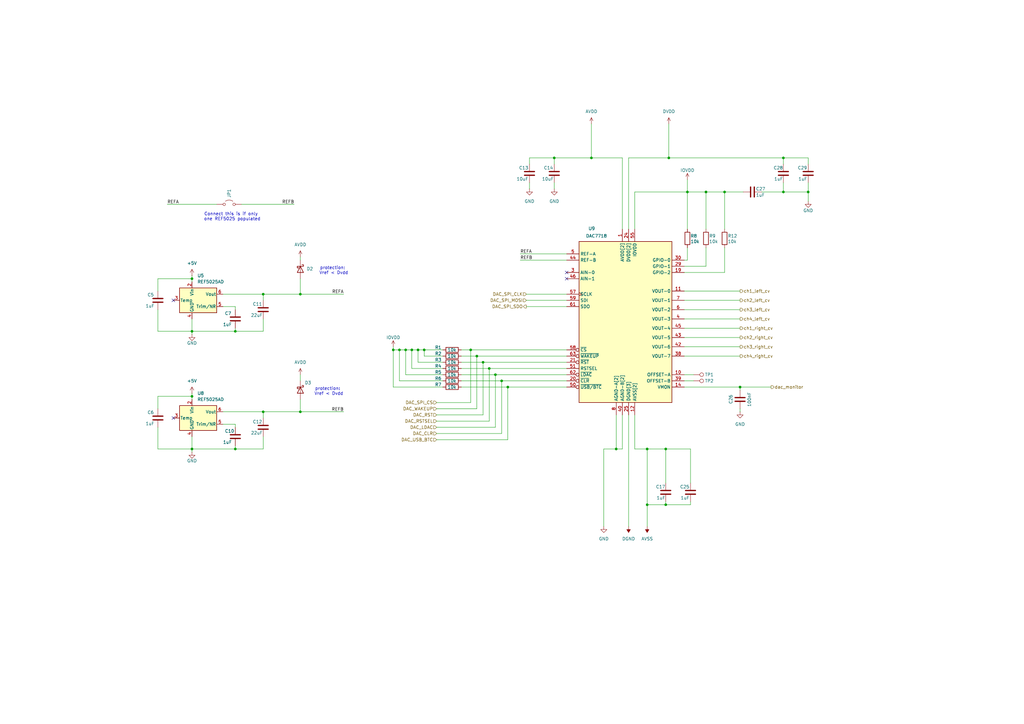
<source format=kicad_sch>
(kicad_sch
	(version 20231120)
	(generator "eeschema")
	(generator_version "8.0")
	(uuid "2d9516df-fab4-4192-895a-c2a97314c4d3")
	(paper "A3")
	(title_block
		(title "${PROJECTNAME}")
		(date "2024-10-22")
		(rev "${REVISION}")
		(company "Created By: ${AUTHOR}")
	)
	(lib_symbols
		(symbol "Connector:TestPoint"
			(pin_numbers hide)
			(pin_names
				(offset 0.762) hide)
			(exclude_from_sim no)
			(in_bom yes)
			(on_board yes)
			(property "Reference" "TP"
				(at 0 6.858 0)
				(effects
					(font
						(size 1.27 1.27)
					)
				)
			)
			(property "Value" "TestPoint"
				(at 0 5.08 0)
				(effects
					(font
						(size 1.27 1.27)
					)
				)
			)
			(property "Footprint" ""
				(at 5.08 0 0)
				(effects
					(font
						(size 1.27 1.27)
					)
					(hide yes)
				)
			)
			(property "Datasheet" "~"
				(at 5.08 0 0)
				(effects
					(font
						(size 1.27 1.27)
					)
					(hide yes)
				)
			)
			(property "Description" "test point"
				(at 0 0 0)
				(effects
					(font
						(size 1.27 1.27)
					)
					(hide yes)
				)
			)
			(property "ki_keywords" "test point tp"
				(at 0 0 0)
				(effects
					(font
						(size 1.27 1.27)
					)
					(hide yes)
				)
			)
			(property "ki_fp_filters" "Pin* Test*"
				(at 0 0 0)
				(effects
					(font
						(size 1.27 1.27)
					)
					(hide yes)
				)
			)
			(symbol "TestPoint_0_1"
				(circle
					(center 0 3.302)
					(radius 0.762)
					(stroke
						(width 0)
						(type default)
					)
					(fill
						(type none)
					)
				)
			)
			(symbol "TestPoint_1_1"
				(pin passive line
					(at 0 0 90)
					(length 2.54)
					(name "1"
						(effects
							(font
								(size 1.27 1.27)
							)
						)
					)
					(number "1"
						(effects
							(font
								(size 1.27 1.27)
							)
						)
					)
				)
			)
		)
		(symbol "DAC7718_QFP64:DAC7718"
			(exclude_from_sim no)
			(in_bom yes)
			(on_board yes)
			(property "Reference" "U"
				(at -20.32 35.56 0)
				(effects
					(font
						(size 1.27 1.27)
					)
					(justify right)
				)
			)
			(property "Value" "DAC7718"
				(at -20.32 33.02 0)
				(effects
					(font
						(size 1.27 1.27)
					)
					(justify right)
				)
			)
			(property "Footprint" ""
				(at -22.86 27.94 0)
				(effects
					(font
						(size 1.27 1.27)
					)
					(justify right)
					(hide yes)
				)
			)
			(property "Datasheet" ""
				(at -20.32 22.86 0)
				(effects
					(font
						(size 1.27 1.27)
					)
					(justify right)
					(hide yes)
				)
			)
			(property "Description" ""
				(at -24.13 10.16 0)
				(effects
					(font
						(size 1.27 1.27)
					)
					(hide yes)
				)
			)
			(property "ki_locked" ""
				(at 0 0 0)
				(effects
					(font
						(size 1.27 1.27)
					)
				)
			)
			(symbol "DAC7718_1_1"
				(rectangle
					(start -19.05 31.75)
					(end 19.05 -34.29)
					(stroke
						(width 0.254)
						(type solid)
					)
					(fill
						(type background)
					)
				)
				(pin power_in line
					(at -1.27 36.83 270)
					(length 5.08)
					(name "AVDD[2]"
						(effects
							(font
								(size 1.27 1.27)
							)
						)
					)
					(number "1"
						(effects
							(font
								(size 1.27 1.27)
							)
						)
					)
				)
				(pin output line
					(at 24.13 -22.86 180)
					(length 5.08)
					(name "OFFSET-A"
						(effects
							(font
								(size 1.27 1.27)
							)
						)
					)
					(number "10"
						(effects
							(font
								(size 1.27 1.27)
							)
						)
					)
				)
				(pin output line
					(at 24.13 11.43 180)
					(length 5.08)
					(name "VOUT-0"
						(effects
							(font
								(size 1.27 1.27)
							)
						)
					)
					(number "11"
						(effects
							(font
								(size 1.27 1.27)
							)
						)
					)
				)
				(pin power_in line
					(at 3.81 -39.37 90)
					(length 5.08)
					(name "AVSS[2]"
						(effects
							(font
								(size 1.27 1.27)
							)
						)
					)
					(number "12"
						(effects
							(font
								(size 1.27 1.27)
							)
						)
					)
				)
				(pin no_connect line
					(at -24.13 -30.4546 0)
					(length 5.08) hide
					(name "NC[22]"
						(effects
							(font
								(size 1.27 1.27)
							)
						)
					)
					(number "13"
						(effects
							(font
								(size 0 0)
							)
						)
					)
				)
				(pin output line
					(at 24.13 -27.94 180)
					(length 5.08)
					(name "VMON"
						(effects
							(font
								(size 1.27 1.27)
							)
						)
					)
					(number "14"
						(effects
							(font
								(size 1.27 1.27)
							)
						)
					)
				)
				(pin no_connect line
					(at -24.1046 -30.4546 0)
					(length 5.08) hide
					(name "NC[22]"
						(effects
							(font
								(size 1.27 1.27)
							)
						)
					)
					(number "15"
						(effects
							(font
								(size 0 0)
							)
						)
					)
				)
				(pin no_connect line
					(at -24.0792 -30.4546 0)
					(length 5.08) hide
					(name "NC[22]"
						(effects
							(font
								(size 1.27 1.27)
							)
						)
					)
					(number "16"
						(effects
							(font
								(size 0 0)
							)
						)
					)
				)
				(pin no_connect line
					(at -24.0538 -30.4546 0)
					(length 5.08) hide
					(name "NC[22]"
						(effects
							(font
								(size 1.27 1.27)
							)
						)
					)
					(number "17"
						(effects
							(font
								(size 0 0)
							)
						)
					)
				)
				(pin no_connect line
					(at -24.0284 -30.4546 0)
					(length 5.08) hide
					(name "NC[22]"
						(effects
							(font
								(size 1.27 1.27)
							)
						)
					)
					(number "18"
						(effects
							(font
								(size 0 0)
							)
						)
					)
				)
				(pin bidirectional line
					(at 24.13 19.05 180)
					(length 5.08)
					(name "GPIO-2"
						(effects
							(font
								(size 1.27 1.27)
							)
						)
					)
					(number "19"
						(effects
							(font
								(size 1.27 1.27)
							)
						)
					)
				)
				(pin no_connect line
					(at -24.13 -30.48 0)
					(length 5.08) hide
					(name "NC[22]"
						(effects
							(font
								(size 1.27 1.27)
							)
						)
					)
					(number "2"
						(effects
							(font
								(size 0 0)
							)
						)
					)
				)
				(pin input inverted
					(at -24.13 -25.4 0)
					(length 5.08)
					(name "~{CLR}"
						(effects
							(font
								(size 1.27 1.27)
							)
						)
					)
					(number "20"
						(effects
							(font
								(size 1.27 1.27)
							)
						)
					)
				)
				(pin input inverted
					(at -24.13 -17.78 0)
					(length 5.08)
					(name "~{RST}"
						(effects
							(font
								(size 1.27 1.27)
							)
						)
					)
					(number "21"
						(effects
							(font
								(size 1.27 1.27)
							)
						)
					)
				)
				(pin no_connect line
					(at -24.003 -30.4546 0)
					(length 5.08) hide
					(name "NC[22]"
						(effects
							(font
								(size 1.27 1.27)
							)
						)
					)
					(number "22"
						(effects
							(font
								(size 0 0)
							)
						)
					)
				)
				(pin no_connect line
					(at -23.9776 -30.4546 0)
					(length 5.08) hide
					(name "NC[22]"
						(effects
							(font
								(size 1.27 1.27)
							)
						)
					)
					(number "23"
						(effects
							(font
								(size 0 0)
							)
						)
					)
				)
				(pin power_in line
					(at 1.27 36.83 270)
					(length 5.08)
					(name "DVDD[2]"
						(effects
							(font
								(size 1.27 1.27)
							)
						)
					)
					(number "24"
						(effects
							(font
								(size 1.27 1.27)
							)
						)
					)
				)
				(pin power_in line
					(at 1.27 -39.37 90)
					(length 5.08)
					(name "DGND[3]"
						(effects
							(font
								(size 1.27 1.27)
							)
						)
					)
					(number "25"
						(effects
							(font
								(size 1.27 1.27)
							)
						)
					)
				)
				(pin no_connect line
					(at -23.9522 -30.4546 0)
					(length 5.08) hide
					(name "NC[22]"
						(effects
							(font
								(size 1.27 1.27)
							)
						)
					)
					(number "26"
						(effects
							(font
								(size 0 0)
							)
						)
					)
				)
				(pin no_connect line
					(at -23.9268 -30.4546 0)
					(length 5.08) hide
					(name "NC[22]"
						(effects
							(font
								(size 1.27 1.27)
							)
						)
					)
					(number "27"
						(effects
							(font
								(size 0 0)
							)
						)
					)
				)
				(pin passive line
					(at 1.27 -39.37 90)
					(length 5.08) hide
					(name "DGND[3]"
						(effects
							(font
								(size 1.27 1.27)
							)
						)
					)
					(number "28"
						(effects
							(font
								(size 1.27 1.27)
							)
						)
					)
				)
				(pin bidirectional line
					(at 24.13 21.59 180)
					(length 5.08)
					(name "GPIO-1"
						(effects
							(font
								(size 1.27 1.27)
							)
						)
					)
					(number "29"
						(effects
							(font
								(size 1.27 1.27)
							)
						)
					)
				)
				(pin input line
					(at -24.13 19.05 0)
					(length 5.08)
					(name "AIN-0"
						(effects
							(font
								(size 1.27 1.27)
							)
						)
					)
					(number "3"
						(effects
							(font
								(size 1.27 1.27)
							)
						)
					)
				)
				(pin bidirectional line
					(at 24.13 24.13 180)
					(length 5.08)
					(name "GPIO-0"
						(effects
							(font
								(size 1.27 1.27)
							)
						)
					)
					(number "30"
						(effects
							(font
								(size 1.27 1.27)
							)
						)
					)
				)
				(pin no_connect line
					(at -23.9014 -30.4546 0)
					(length 5.08) hide
					(name "NC[22]"
						(effects
							(font
								(size 1.27 1.27)
							)
						)
					)
					(number "31"
						(effects
							(font
								(size 0 0)
							)
						)
					)
				)
				(pin no_connect line
					(at -23.876 -30.4546 0)
					(length 5.08) hide
					(name "NC[22]"
						(effects
							(font
								(size 1.27 1.27)
							)
						)
					)
					(number "32"
						(effects
							(font
								(size 0 0)
							)
						)
					)
				)
				(pin no_connect line
					(at -23.8506 -30.4546 0)
					(length 5.08) hide
					(name "NC[22]"
						(effects
							(font
								(size 1.27 1.27)
							)
						)
					)
					(number "33"
						(effects
							(font
								(size 0 0)
							)
						)
					)
				)
				(pin no_connect line
					(at -23.8252 -30.4546 0)
					(length 5.08) hide
					(name "NC[22]"
						(effects
							(font
								(size 1.27 1.27)
							)
						)
					)
					(number "34"
						(effects
							(font
								(size 0 0)
							)
						)
					)
				)
				(pin no_connect line
					(at -23.7998 -30.4546 0)
					(length 5.08) hide
					(name "NC[22]"
						(effects
							(font
								(size 1.27 1.27)
							)
						)
					)
					(number "35"
						(effects
							(font
								(size 0 0)
							)
						)
					)
				)
				(pin no_connect line
					(at -23.7744 -30.4546 0)
					(length 5.08) hide
					(name "NC[22]"
						(effects
							(font
								(size 1.27 1.27)
							)
						)
					)
					(number "36"
						(effects
							(font
								(size 0 0)
							)
						)
					)
				)
				(pin passive line
					(at 3.81 -39.37 90)
					(length 5.08) hide
					(name "AVSS[2]"
						(effects
							(font
								(size 1.27 1.27)
							)
						)
					)
					(number "37"
						(effects
							(font
								(size 1.27 1.27)
							)
						)
					)
				)
				(pin output line
					(at 24.13 -15.24 180)
					(length 5.08)
					(name "VOUT-7"
						(effects
							(font
								(size 1.27 1.27)
							)
						)
					)
					(number "38"
						(effects
							(font
								(size 1.27 1.27)
							)
						)
					)
				)
				(pin output line
					(at 24.13 -25.4 180)
					(length 5.08)
					(name "OFFSET-B"
						(effects
							(font
								(size 1.27 1.27)
							)
						)
					)
					(number "39"
						(effects
							(font
								(size 1.27 1.27)
							)
						)
					)
				)
				(pin output line
					(at 24.13 0 180)
					(length 5.08)
					(name "VOUT-3"
						(effects
							(font
								(size 1.27 1.27)
							)
						)
					)
					(number "4"
						(effects
							(font
								(size 1.27 1.27)
							)
						)
					)
				)
				(pin power_in line
					(at -1.27 -39.37 90)
					(length 5.08)
					(name "AGND-B[2]"
						(effects
							(font
								(size 1.27 1.27)
							)
						)
					)
					(number "40"
						(effects
							(font
								(size 1.27 1.27)
							)
						)
					)
				)
				(pin passive line
					(at -1.27 -39.37 90)
					(length 5.08) hide
					(name "AGND-B[2]"
						(effects
							(font
								(size 1.27 1.27)
							)
						)
					)
					(number "41"
						(effects
							(font
								(size 1.27 1.27)
							)
						)
					)
				)
				(pin output line
					(at 24.13 -11.43 180)
					(length 5.08)
					(name "VOUT-6"
						(effects
							(font
								(size 1.27 1.27)
							)
						)
					)
					(number "42"
						(effects
							(font
								(size 1.27 1.27)
							)
						)
					)
				)
				(pin output line
					(at 24.13 -7.62 180)
					(length 5.08)
					(name "VOUT-5"
						(effects
							(font
								(size 1.27 1.27)
							)
						)
					)
					(number "43"
						(effects
							(font
								(size 1.27 1.27)
							)
						)
					)
				)
				(pin input line
					(at -24.13 24.13 0)
					(length 5.08)
					(name "REF-B"
						(effects
							(font
								(size 1.27 1.27)
							)
						)
					)
					(number "44"
						(effects
							(font
								(size 1.27 1.27)
							)
						)
					)
				)
				(pin output line
					(at 24.13 -3.81 180)
					(length 5.08)
					(name "VOUT-4"
						(effects
							(font
								(size 1.27 1.27)
							)
						)
					)
					(number "45"
						(effects
							(font
								(size 1.27 1.27)
							)
						)
					)
				)
				(pin input line
					(at -24.13 16.51 0)
					(length 5.08)
					(name "AIN-1"
						(effects
							(font
								(size 1.27 1.27)
							)
						)
					)
					(number "46"
						(effects
							(font
								(size 1.27 1.27)
							)
						)
					)
				)
				(pin no_connect line
					(at -23.749 -30.4546 0)
					(length 5.08) hide
					(name "NC[22]"
						(effects
							(font
								(size 1.27 1.27)
							)
						)
					)
					(number "47"
						(effects
							(font
								(size 0 0)
							)
						)
					)
				)
				(pin passive line
					(at -1.27 36.83 270)
					(length 5.08) hide
					(name "AVDD[2]"
						(effects
							(font
								(size 1.27 1.27)
							)
						)
					)
					(number "48"
						(effects
							(font
								(size 1.27 1.27)
							)
						)
					)
				)
				(pin no_connect line
					(at -23.7236 -30.4546 0)
					(length 5.08) hide
					(name "NC[22]"
						(effects
							(font
								(size 1.27 1.27)
							)
						)
					)
					(number "49"
						(effects
							(font
								(size 0 0)
							)
						)
					)
				)
				(pin input line
					(at -24.13 26.67 0)
					(length 5.08)
					(name "REF-A"
						(effects
							(font
								(size 1.27 1.27)
							)
						)
					)
					(number "5"
						(effects
							(font
								(size 1.27 1.27)
							)
						)
					)
				)
				(pin input inverted
					(at -24.13 -27.94 0)
					(length 5.08)
					(name "~{USB/BTC}"
						(effects
							(font
								(size 1.27 1.27)
							)
						)
					)
					(number "50"
						(effects
							(font
								(size 1.27 1.27)
							)
						)
					)
				)
				(pin input line
					(at -24.13 -20.32 0)
					(length 5.08)
					(name "RSTSEL"
						(effects
							(font
								(size 1.27 1.27)
							)
						)
					)
					(number "51"
						(effects
							(font
								(size 1.27 1.27)
							)
						)
					)
				)
				(pin no_connect line
					(at -23.6982 -30.4546 0)
					(length 5.08) hide
					(name "NC[22]"
						(effects
							(font
								(size 1.27 1.27)
							)
						)
					)
					(number "52"
						(effects
							(font
								(size 0 0)
							)
						)
					)
				)
				(pin no_connect line
					(at -23.6728 -30.4546 0)
					(length 5.08) hide
					(name "NC[22]"
						(effects
							(font
								(size 1.27 1.27)
							)
						)
					)
					(number "53"
						(effects
							(font
								(size 0 0)
							)
						)
					)
				)
				(pin passive line
					(at 1.27 -39.37 90)
					(length 5.08) hide
					(name "DGND[3]"
						(effects
							(font
								(size 1.27 1.27)
							)
						)
					)
					(number "54"
						(effects
							(font
								(size 1.27 1.27)
							)
						)
					)
				)
				(pin power_in line
					(at 3.81 36.83 270)
					(length 5.08)
					(name "IOVDD"
						(effects
							(font
								(size 1.27 1.27)
							)
						)
					)
					(number "55"
						(effects
							(font
								(size 1.27 1.27)
							)
						)
					)
				)
				(pin passive line
					(at 1.27 36.83 270)
					(length 5.08) hide
					(name "DVDD[2]"
						(effects
							(font
								(size 1.27 1.27)
							)
						)
					)
					(number "56"
						(effects
							(font
								(size 1.27 1.27)
							)
						)
					)
				)
				(pin input clock
					(at -24.13 10.16 0)
					(length 5.08)
					(name "SCLK"
						(effects
							(font
								(size 1.27 1.27)
							)
						)
					)
					(number "57"
						(effects
							(font
								(size 1.27 1.27)
							)
						)
					)
				)
				(pin input inverted
					(at -24.13 -12.7 0)
					(length 5.08)
					(name "~{CS}"
						(effects
							(font
								(size 1.27 1.27)
							)
						)
					)
					(number "58"
						(effects
							(font
								(size 1.27 1.27)
							)
						)
					)
				)
				(pin input line
					(at -24.13 7.62 0)
					(length 5.08)
					(name "SDI"
						(effects
							(font
								(size 1.27 1.27)
							)
						)
					)
					(number "59"
						(effects
							(font
								(size 1.27 1.27)
							)
						)
					)
				)
				(pin output line
					(at 24.13 3.81 180)
					(length 5.08)
					(name "VOUT-2"
						(effects
							(font
								(size 1.27 1.27)
							)
						)
					)
					(number "6"
						(effects
							(font
								(size 1.27 1.27)
							)
						)
					)
				)
				(pin no_connect line
					(at -23.6474 -30.4546 0)
					(length 5.08) hide
					(name "NC[22]"
						(effects
							(font
								(size 1.27 1.27)
							)
						)
					)
					(number "60"
						(effects
							(font
								(size 0 0)
							)
						)
					)
				)
				(pin output line
					(at -24.13 5.08 0)
					(length 5.08)
					(name "SDO"
						(effects
							(font
								(size 1.27 1.27)
							)
						)
					)
					(number "61"
						(effects
							(font
								(size 1.27 1.27)
							)
						)
					)
				)
				(pin input inverted
					(at -24.13 -22.86 0)
					(length 5.08)
					(name "~{LDAC}"
						(effects
							(font
								(size 1.27 1.27)
							)
						)
					)
					(number "62"
						(effects
							(font
								(size 1.27 1.27)
							)
						)
					)
				)
				(pin input inverted
					(at -24.13 -15.24 0)
					(length 5.08)
					(name "~{WAKEUP}"
						(effects
							(font
								(size 1.27 1.27)
							)
						)
					)
					(number "63"
						(effects
							(font
								(size 1.27 1.27)
							)
						)
					)
				)
				(pin no_connect line
					(at -23.622 -30.4546 0)
					(length 5.08) hide
					(name "NC[22]"
						(effects
							(font
								(size 1.27 1.27)
							)
						)
					)
					(number "64"
						(effects
							(font
								(size 0 0)
							)
						)
					)
				)
				(pin output line
					(at 24.13 7.62 180)
					(length 5.08)
					(name "VOUT-1"
						(effects
							(font
								(size 1.27 1.27)
							)
						)
					)
					(number "7"
						(effects
							(font
								(size 1.27 1.27)
							)
						)
					)
				)
				(pin power_in line
					(at -3.81 -39.37 90)
					(length 5.08)
					(name "AGND-A[2]"
						(effects
							(font
								(size 1.27 1.27)
							)
						)
					)
					(number "8"
						(effects
							(font
								(size 1.27 1.27)
							)
						)
					)
				)
				(pin passive line
					(at -3.81 -39.37 90)
					(length 5.08) hide
					(name "AGND-A[2]"
						(effects
							(font
								(size 1.27 1.27)
							)
						)
					)
					(number "9"
						(effects
							(font
								(size 1.27 1.27)
							)
						)
					)
				)
			)
		)
		(symbol "Device:C"
			(pin_numbers hide)
			(pin_names
				(offset 0.254)
			)
			(exclude_from_sim no)
			(in_bom yes)
			(on_board yes)
			(property "Reference" "C"
				(at 0.635 2.54 0)
				(effects
					(font
						(size 1.27 1.27)
					)
					(justify left)
				)
			)
			(property "Value" "C"
				(at 0.635 -2.54 0)
				(effects
					(font
						(size 1.27 1.27)
					)
					(justify left)
				)
			)
			(property "Footprint" ""
				(at 0.9652 -3.81 0)
				(effects
					(font
						(size 1.27 1.27)
					)
					(hide yes)
				)
			)
			(property "Datasheet" "~"
				(at 0 0 0)
				(effects
					(font
						(size 1.27 1.27)
					)
					(hide yes)
				)
			)
			(property "Description" "Unpolarized capacitor"
				(at 0 0 0)
				(effects
					(font
						(size 1.27 1.27)
					)
					(hide yes)
				)
			)
			(property "ki_keywords" "cap capacitor"
				(at 0 0 0)
				(effects
					(font
						(size 1.27 1.27)
					)
					(hide yes)
				)
			)
			(property "ki_fp_filters" "C_*"
				(at 0 0 0)
				(effects
					(font
						(size 1.27 1.27)
					)
					(hide yes)
				)
			)
			(symbol "C_0_1"
				(polyline
					(pts
						(xy -2.032 -0.762) (xy 2.032 -0.762)
					)
					(stroke
						(width 0.508)
						(type default)
					)
					(fill
						(type none)
					)
				)
				(polyline
					(pts
						(xy -2.032 0.762) (xy 2.032 0.762)
					)
					(stroke
						(width 0.508)
						(type default)
					)
					(fill
						(type none)
					)
				)
			)
			(symbol "C_1_1"
				(pin passive line
					(at 0 3.81 270)
					(length 2.794)
					(name "~"
						(effects
							(font
								(size 1.27 1.27)
							)
						)
					)
					(number "1"
						(effects
							(font
								(size 1.27 1.27)
							)
						)
					)
				)
				(pin passive line
					(at 0 -3.81 90)
					(length 2.794)
					(name "~"
						(effects
							(font
								(size 1.27 1.27)
							)
						)
					)
					(number "2"
						(effects
							(font
								(size 1.27 1.27)
							)
						)
					)
				)
			)
		)
		(symbol "Device:D_Schottky"
			(pin_numbers hide)
			(pin_names
				(offset 1.016) hide)
			(exclude_from_sim no)
			(in_bom yes)
			(on_board yes)
			(property "Reference" "D"
				(at 0 2.54 0)
				(effects
					(font
						(size 1.27 1.27)
					)
				)
			)
			(property "Value" "D_Schottky"
				(at 0 -2.54 0)
				(effects
					(font
						(size 1.27 1.27)
					)
				)
			)
			(property "Footprint" ""
				(at 0 0 0)
				(effects
					(font
						(size 1.27 1.27)
					)
					(hide yes)
				)
			)
			(property "Datasheet" "~"
				(at 0 0 0)
				(effects
					(font
						(size 1.27 1.27)
					)
					(hide yes)
				)
			)
			(property "Description" "Schottky diode"
				(at 0 0 0)
				(effects
					(font
						(size 1.27 1.27)
					)
					(hide yes)
				)
			)
			(property "ki_keywords" "diode Schottky"
				(at 0 0 0)
				(effects
					(font
						(size 1.27 1.27)
					)
					(hide yes)
				)
			)
			(property "ki_fp_filters" "TO-???* *_Diode_* *SingleDiode* D_*"
				(at 0 0 0)
				(effects
					(font
						(size 1.27 1.27)
					)
					(hide yes)
				)
			)
			(symbol "D_Schottky_0_1"
				(polyline
					(pts
						(xy 1.27 0) (xy -1.27 0)
					)
					(stroke
						(width 0)
						(type default)
					)
					(fill
						(type none)
					)
				)
				(polyline
					(pts
						(xy 1.27 1.27) (xy 1.27 -1.27) (xy -1.27 0) (xy 1.27 1.27)
					)
					(stroke
						(width 0.254)
						(type default)
					)
					(fill
						(type none)
					)
				)
				(polyline
					(pts
						(xy -1.905 0.635) (xy -1.905 1.27) (xy -1.27 1.27) (xy -1.27 -1.27) (xy -0.635 -1.27) (xy -0.635 -0.635)
					)
					(stroke
						(width 0.254)
						(type default)
					)
					(fill
						(type none)
					)
				)
			)
			(symbol "D_Schottky_1_1"
				(pin passive line
					(at -3.81 0 0)
					(length 2.54)
					(name "K"
						(effects
							(font
								(size 1.27 1.27)
							)
						)
					)
					(number "1"
						(effects
							(font
								(size 1.27 1.27)
							)
						)
					)
				)
				(pin passive line
					(at 3.81 0 180)
					(length 2.54)
					(name "A"
						(effects
							(font
								(size 1.27 1.27)
							)
						)
					)
					(number "2"
						(effects
							(font
								(size 1.27 1.27)
							)
						)
					)
				)
			)
		)
		(symbol "Device:R"
			(pin_numbers hide)
			(pin_names
				(offset 0)
			)
			(exclude_from_sim no)
			(in_bom yes)
			(on_board yes)
			(property "Reference" "R"
				(at 2.032 0 90)
				(effects
					(font
						(size 1.27 1.27)
					)
				)
			)
			(property "Value" "R"
				(at 0 0 90)
				(effects
					(font
						(size 1.27 1.27)
					)
				)
			)
			(property "Footprint" ""
				(at -1.778 0 90)
				(effects
					(font
						(size 1.27 1.27)
					)
					(hide yes)
				)
			)
			(property "Datasheet" "~"
				(at 0 0 0)
				(effects
					(font
						(size 1.27 1.27)
					)
					(hide yes)
				)
			)
			(property "Description" "Resistor"
				(at 0 0 0)
				(effects
					(font
						(size 1.27 1.27)
					)
					(hide yes)
				)
			)
			(property "ki_keywords" "R res resistor"
				(at 0 0 0)
				(effects
					(font
						(size 1.27 1.27)
					)
					(hide yes)
				)
			)
			(property "ki_fp_filters" "R_*"
				(at 0 0 0)
				(effects
					(font
						(size 1.27 1.27)
					)
					(hide yes)
				)
			)
			(symbol "R_0_1"
				(rectangle
					(start -1.016 -2.54)
					(end 1.016 2.54)
					(stroke
						(width 0.254)
						(type default)
					)
					(fill
						(type none)
					)
				)
			)
			(symbol "R_1_1"
				(pin passive line
					(at 0 3.81 270)
					(length 1.27)
					(name "~"
						(effects
							(font
								(size 1.27 1.27)
							)
						)
					)
					(number "1"
						(effects
							(font
								(size 1.27 1.27)
							)
						)
					)
				)
				(pin passive line
					(at 0 -3.81 90)
					(length 1.27)
					(name "~"
						(effects
							(font
								(size 1.27 1.27)
							)
						)
					)
					(number "2"
						(effects
							(font
								(size 1.27 1.27)
							)
						)
					)
				)
			)
		)
		(symbol "ExtraPowerSymbols:AVDD"
			(power)
			(exclude_from_sim no)
			(in_bom no)
			(on_board no)
			(property "Reference" "#PWR"
				(at 0 -1.016 0)
				(effects
					(font
						(size 1.27 1.27)
					)
					(hide yes)
				)
			)
			(property "Value" "AVDD"
				(at 0 0 0)
				(effects
					(font
						(size 1.27 1.27)
					)
				)
			)
			(property "Footprint" ""
				(at 0 0 0)
				(effects
					(font
						(size 1.27 1.27)
					)
					(hide yes)
				)
			)
			(property "Datasheet" ""
				(at 0 0 0)
				(effects
					(font
						(size 1.27 1.27)
					)
					(hide yes)
				)
			)
			(property "Description" ""
				(at 0 0 0)
				(effects
					(font
						(size 1.27 1.27)
					)
					(hide yes)
				)
			)
			(symbol "AVDD_0_1"
				(polyline
					(pts
						(xy -0.635 1.27) (xy 0 2.54)
					)
					(stroke
						(width 0)
						(type default)
					)
					(fill
						(type none)
					)
				)
				(polyline
					(pts
						(xy 0 0) (xy 0 2.54)
					)
					(stroke
						(width 0)
						(type default)
					)
					(fill
						(type none)
					)
				)
				(polyline
					(pts
						(xy 0 2.54) (xy 0.635 1.27)
					)
					(stroke
						(width 0)
						(type default)
					)
					(fill
						(type none)
					)
				)
			)
			(symbol "AVDD_1_1"
				(pin power_in line
					(at 0 0 90)
					(length 2.54) hide
					(name "AVDD"
						(effects
							(font
								(size 1.27 1.27)
							)
						)
					)
					(number "1"
						(effects
							(font
								(size 1.27 1.27)
							)
						)
					)
				)
			)
		)
		(symbol "ExtraPowerSymbols:AVSS"
			(power)
			(exclude_from_sim no)
			(in_bom no)
			(on_board no)
			(property "Reference" "#PWR"
				(at 0 -2.032 0)
				(effects
					(font
						(size 1.27 1.27)
					)
					(hide yes)
				)
			)
			(property "Value" "AVSS"
				(at 0 0 0)
				(effects
					(font
						(size 1.27 1.27)
					)
				)
			)
			(property "Footprint" ""
				(at 0 0 0)
				(effects
					(font
						(size 1.27 1.27)
					)
					(hide yes)
				)
			)
			(property "Datasheet" ""
				(at 0 0 0)
				(effects
					(font
						(size 1.27 1.27)
					)
					(hide yes)
				)
			)
			(property "Description" ""
				(at 0 0 0)
				(effects
					(font
						(size 1.27 1.27)
					)
					(hide yes)
				)
			)
			(symbol "AVSS_0_1"
				(polyline
					(pts
						(xy 0 0) (xy 0 1.27) (xy 0.762 1.27) (xy 0 2.54) (xy -0.762 1.27) (xy 0 1.27)
					)
					(stroke
						(width 0)
						(type default)
					)
					(fill
						(type outline)
					)
				)
			)
			(symbol "AVSS_1_1"
				(pin power_in line
					(at 0 0 90)
					(length 2.54) hide
					(name "AVSS"
						(effects
							(font
								(size 1.27 1.27)
							)
						)
					)
					(number "1"
						(effects
							(font
								(size 1.27 1.27)
							)
						)
					)
				)
			)
		)
		(symbol "ExtraPowerSymbols:DGND"
			(power)
			(exclude_from_sim no)
			(in_bom no)
			(on_board no)
			(property "Reference" "#PWR"
				(at 0 -2.032 0)
				(effects
					(font
						(size 1.27 1.27)
					)
					(hide yes)
				)
			)
			(property "Value" "DGND"
				(at 0 0 0)
				(effects
					(font
						(size 1.27 1.27)
					)
				)
			)
			(property "Footprint" ""
				(at 0 0 0)
				(effects
					(font
						(size 1.27 1.27)
					)
					(hide yes)
				)
			)
			(property "Datasheet" ""
				(at 0 0 0)
				(effects
					(font
						(size 1.27 1.27)
					)
					(hide yes)
				)
			)
			(property "Description" ""
				(at 0 0 0)
				(effects
					(font
						(size 1.27 1.27)
					)
					(hide yes)
				)
			)
			(symbol "DGND_0_1"
				(polyline
					(pts
						(xy 0 0) (xy 0 1.27) (xy 0.762 1.27) (xy 0 2.54) (xy -0.762 1.27) (xy 0 1.27)
					)
					(stroke
						(width 0)
						(type default)
					)
					(fill
						(type outline)
					)
				)
			)
			(symbol "DGND_1_1"
				(pin power_in line
					(at 0 0 90)
					(length 2.54) hide
					(name "DGND"
						(effects
							(font
								(size 1.27 1.27)
							)
						)
					)
					(number "1"
						(effects
							(font
								(size 1.27 1.27)
							)
						)
					)
				)
			)
		)
		(symbol "ExtraPowerSymbols:DVDD"
			(power)
			(exclude_from_sim no)
			(in_bom no)
			(on_board no)
			(property "Reference" "#PWR"
				(at 0 -1.016 0)
				(effects
					(font
						(size 1.27 1.27)
					)
					(hide yes)
				)
			)
			(property "Value" "DVDD"
				(at 0 0 0)
				(effects
					(font
						(size 1.27 1.27)
					)
				)
			)
			(property "Footprint" ""
				(at 0 0 0)
				(effects
					(font
						(size 1.27 1.27)
					)
					(hide yes)
				)
			)
			(property "Datasheet" ""
				(at 0 0 0)
				(effects
					(font
						(size 1.27 1.27)
					)
					(hide yes)
				)
			)
			(property "Description" ""
				(at 0 0 0)
				(effects
					(font
						(size 1.27 1.27)
					)
					(hide yes)
				)
			)
			(symbol "DVDD_0_1"
				(polyline
					(pts
						(xy -0.635 1.27) (xy 0 2.54)
					)
					(stroke
						(width 0)
						(type default)
					)
					(fill
						(type none)
					)
				)
				(polyline
					(pts
						(xy 0 0) (xy 0 2.54)
					)
					(stroke
						(width 0)
						(type default)
					)
					(fill
						(type none)
					)
				)
				(polyline
					(pts
						(xy 0 2.54) (xy 0.635 1.27)
					)
					(stroke
						(width 0)
						(type default)
					)
					(fill
						(type none)
					)
				)
			)
			(symbol "DVDD_1_1"
				(pin power_in line
					(at 0 0 90)
					(length 2.54) hide
					(name "DVDD"
						(effects
							(font
								(size 1.27 1.27)
							)
						)
					)
					(number "1"
						(effects
							(font
								(size 1.27 1.27)
							)
						)
					)
				)
			)
		)
		(symbol "ExtraPowerSymbols:IOVDD"
			(power)
			(exclude_from_sim no)
			(in_bom no)
			(on_board no)
			(property "Reference" "#PWR"
				(at -0.254 -1.016 0)
				(effects
					(font
						(size 1.27 1.27)
					)
					(hide yes)
				)
			)
			(property "Value" "IOVDD"
				(at 0.254 3.556 0)
				(effects
					(font
						(size 1.27 1.27)
					)
				)
			)
			(property "Footprint" ""
				(at 0 0 0)
				(effects
					(font
						(size 1.27 1.27)
					)
					(hide yes)
				)
			)
			(property "Datasheet" ""
				(at 0 0 0)
				(effects
					(font
						(size 1.27 1.27)
					)
					(hide yes)
				)
			)
			(property "Description" ""
				(at 0 0 0)
				(effects
					(font
						(size 1.27 1.27)
					)
					(hide yes)
				)
			)
			(symbol "IOVDD_0_1"
				(polyline
					(pts
						(xy -0.635 1.27) (xy 0 2.54)
					)
					(stroke
						(width 0)
						(type default)
					)
					(fill
						(type none)
					)
				)
				(polyline
					(pts
						(xy 0 0) (xy 0 2.54)
					)
					(stroke
						(width 0)
						(type default)
					)
					(fill
						(type none)
					)
				)
				(polyline
					(pts
						(xy 0 2.54) (xy 0.635 1.27)
					)
					(stroke
						(width 0)
						(type default)
					)
					(fill
						(type none)
					)
				)
			)
			(symbol "IOVDD_1_1"
				(pin power_in line
					(at 0 0 180)
					(length 0) hide
					(name "IOVDD"
						(effects
							(font
								(size 1.27 1.27)
							)
						)
					)
					(number "1"
						(effects
							(font
								(size 1.27 1.27)
							)
						)
					)
				)
			)
		)
		(symbol "Jumper:Jumper_2_Open"
			(pin_numbers hide)
			(pin_names
				(offset 0) hide)
			(exclude_from_sim yes)
			(in_bom yes)
			(on_board yes)
			(property "Reference" "JP"
				(at 0 2.794 0)
				(effects
					(font
						(size 1.27 1.27)
					)
				)
			)
			(property "Value" "Jumper_2_Open"
				(at 0 -2.286 0)
				(effects
					(font
						(size 1.27 1.27)
					)
				)
			)
			(property "Footprint" ""
				(at 0 0 0)
				(effects
					(font
						(size 1.27 1.27)
					)
					(hide yes)
				)
			)
			(property "Datasheet" "~"
				(at 0 0 0)
				(effects
					(font
						(size 1.27 1.27)
					)
					(hide yes)
				)
			)
			(property "Description" "Jumper, 2-pole, open"
				(at 0 0 0)
				(effects
					(font
						(size 1.27 1.27)
					)
					(hide yes)
				)
			)
			(property "ki_keywords" "Jumper SPST"
				(at 0 0 0)
				(effects
					(font
						(size 1.27 1.27)
					)
					(hide yes)
				)
			)
			(property "ki_fp_filters" "Jumper* TestPoint*2Pads* TestPoint*Bridge*"
				(at 0 0 0)
				(effects
					(font
						(size 1.27 1.27)
					)
					(hide yes)
				)
			)
			(symbol "Jumper_2_Open_0_0"
				(circle
					(center -2.032 0)
					(radius 0.508)
					(stroke
						(width 0)
						(type default)
					)
					(fill
						(type none)
					)
				)
				(circle
					(center 2.032 0)
					(radius 0.508)
					(stroke
						(width 0)
						(type default)
					)
					(fill
						(type none)
					)
				)
			)
			(symbol "Jumper_2_Open_0_1"
				(arc
					(start 1.524 1.27)
					(mid 0 1.778)
					(end -1.524 1.27)
					(stroke
						(width 0)
						(type default)
					)
					(fill
						(type none)
					)
				)
			)
			(symbol "Jumper_2_Open_1_1"
				(pin passive line
					(at -5.08 0 0)
					(length 2.54)
					(name "A"
						(effects
							(font
								(size 1.27 1.27)
							)
						)
					)
					(number "1"
						(effects
							(font
								(size 1.27 1.27)
							)
						)
					)
				)
				(pin passive line
					(at 5.08 0 180)
					(length 2.54)
					(name "B"
						(effects
							(font
								(size 1.27 1.27)
							)
						)
					)
					(number "2"
						(effects
							(font
								(size 1.27 1.27)
							)
						)
					)
				)
			)
		)
		(symbol "Reference_Voltage:REF5025AD"
			(pin_names
				(offset 0.254)
			)
			(exclude_from_sim no)
			(in_bom yes)
			(on_board yes)
			(property "Reference" "U"
				(at -1.27 8.255 0)
				(effects
					(font
						(size 1.27 1.27)
					)
					(justify left)
				)
			)
			(property "Value" "REF5025AD"
				(at -1.27 6.35 0)
				(effects
					(font
						(size 1.27 1.27)
					)
					(justify left)
				)
			)
			(property "Footprint" "Package_SO:SOIC-8_3.9x4.9mm_P1.27mm"
				(at -1.905 -6.35 0)
				(effects
					(font
						(size 1.27 1.27)
						(italic yes)
					)
					(justify left)
					(hide yes)
				)
			)
			(property "Datasheet" "http://www.ti.com/lit/ds/symlink/ref5030.pdf"
				(at -1.27 0 0)
				(effects
					(font
						(size 1.27 1.27)
						(italic yes)
					)
					(hide yes)
				)
			)
			(property "Description" "2.5V 0.1% 10mA Low Noise Precision Voltage Reference, SO-8"
				(at 0 0 0)
				(effects
					(font
						(size 1.27 1.27)
					)
					(hide yes)
				)
			)
			(property "ki_keywords" "Low Noise Precision Voltage Reference 2.5V"
				(at 0 0 0)
				(effects
					(font
						(size 1.27 1.27)
					)
					(hide yes)
				)
			)
			(property "ki_fp_filters" "SOIC*3.9x4.9mm*P1.27mm*"
				(at 0 0 0)
				(effects
					(font
						(size 1.27 1.27)
					)
					(hide yes)
				)
			)
			(symbol "REF5025AD_0_1"
				(rectangle
					(start -7.62 5.08)
					(end 7.62 -5.08)
					(stroke
						(width 0.254)
						(type default)
					)
					(fill
						(type background)
					)
				)
			)
			(symbol "REF5025AD_1_1"
				(pin no_connect line
					(at -7.62 2.54 0)
					(length 2.54) hide
					(name "DNC"
						(effects
							(font
								(size 1.27 1.27)
							)
						)
					)
					(number "1"
						(effects
							(font
								(size 1.27 1.27)
							)
						)
					)
				)
				(pin power_in line
					(at -2.54 7.62 270)
					(length 2.54)
					(name "Vin"
						(effects
							(font
								(size 1.27 1.27)
							)
						)
					)
					(number "2"
						(effects
							(font
								(size 1.27 1.27)
							)
						)
					)
				)
				(pin passive line
					(at -10.16 0 0)
					(length 2.54)
					(name "Temp"
						(effects
							(font
								(size 1.27 1.27)
							)
						)
					)
					(number "3"
						(effects
							(font
								(size 1.27 1.27)
							)
						)
					)
				)
				(pin power_in line
					(at -2.54 -7.62 90)
					(length 2.54)
					(name "GND"
						(effects
							(font
								(size 1.27 1.27)
							)
						)
					)
					(number "4"
						(effects
							(font
								(size 1.27 1.27)
							)
						)
					)
				)
				(pin passive line
					(at 10.16 -2.54 180)
					(length 2.54)
					(name "Trim/NR"
						(effects
							(font
								(size 1.27 1.27)
							)
						)
					)
					(number "5"
						(effects
							(font
								(size 1.27 1.27)
							)
						)
					)
				)
				(pin power_out line
					(at 10.16 2.54 180)
					(length 2.54)
					(name "Vout"
						(effects
							(font
								(size 1.27 1.27)
							)
						)
					)
					(number "6"
						(effects
							(font
								(size 1.27 1.27)
							)
						)
					)
				)
				(pin no_connect line
					(at -5.08 -5.08 90)
					(length 2.54) hide
					(name "NC"
						(effects
							(font
								(size 1.27 1.27)
							)
						)
					)
					(number "7"
						(effects
							(font
								(size 1.27 1.27)
							)
						)
					)
				)
				(pin no_connect line
					(at 7.62 0 180)
					(length 2.54) hide
					(name "DNC"
						(effects
							(font
								(size 1.27 1.27)
							)
						)
					)
					(number "8"
						(effects
							(font
								(size 1.27 1.27)
							)
						)
					)
				)
			)
		)
		(symbol "power:+5V"
			(power)
			(pin_numbers hide)
			(pin_names
				(offset 0) hide)
			(exclude_from_sim no)
			(in_bom yes)
			(on_board yes)
			(property "Reference" "#PWR"
				(at 0 -3.81 0)
				(effects
					(font
						(size 1.27 1.27)
					)
					(hide yes)
				)
			)
			(property "Value" "+5V"
				(at 0 3.556 0)
				(effects
					(font
						(size 1.27 1.27)
					)
				)
			)
			(property "Footprint" ""
				(at 0 0 0)
				(effects
					(font
						(size 1.27 1.27)
					)
					(hide yes)
				)
			)
			(property "Datasheet" ""
				(at 0 0 0)
				(effects
					(font
						(size 1.27 1.27)
					)
					(hide yes)
				)
			)
			(property "Description" "Power symbol creates a global label with name \"+5V\""
				(at 0 0 0)
				(effects
					(font
						(size 1.27 1.27)
					)
					(hide yes)
				)
			)
			(property "ki_keywords" "global power"
				(at 0 0 0)
				(effects
					(font
						(size 1.27 1.27)
					)
					(hide yes)
				)
			)
			(symbol "+5V_0_1"
				(polyline
					(pts
						(xy -0.762 1.27) (xy 0 2.54)
					)
					(stroke
						(width 0)
						(type default)
					)
					(fill
						(type none)
					)
				)
				(polyline
					(pts
						(xy 0 0) (xy 0 2.54)
					)
					(stroke
						(width 0)
						(type default)
					)
					(fill
						(type none)
					)
				)
				(polyline
					(pts
						(xy 0 2.54) (xy 0.762 1.27)
					)
					(stroke
						(width 0)
						(type default)
					)
					(fill
						(type none)
					)
				)
			)
			(symbol "+5V_1_1"
				(pin power_in line
					(at 0 0 90)
					(length 0)
					(name "~"
						(effects
							(font
								(size 1.27 1.27)
							)
						)
					)
					(number "1"
						(effects
							(font
								(size 1.27 1.27)
							)
						)
					)
				)
			)
		)
		(symbol "power:GND"
			(power)
			(pin_numbers hide)
			(pin_names
				(offset 0) hide)
			(exclude_from_sim no)
			(in_bom yes)
			(on_board yes)
			(property "Reference" "#PWR"
				(at 0 -6.35 0)
				(effects
					(font
						(size 1.27 1.27)
					)
					(hide yes)
				)
			)
			(property "Value" "GND"
				(at 0 -3.81 0)
				(effects
					(font
						(size 1.27 1.27)
					)
				)
			)
			(property "Footprint" ""
				(at 0 0 0)
				(effects
					(font
						(size 1.27 1.27)
					)
					(hide yes)
				)
			)
			(property "Datasheet" ""
				(at 0 0 0)
				(effects
					(font
						(size 1.27 1.27)
					)
					(hide yes)
				)
			)
			(property "Description" "Power symbol creates a global label with name \"GND\" , ground"
				(at 0 0 0)
				(effects
					(font
						(size 1.27 1.27)
					)
					(hide yes)
				)
			)
			(property "ki_keywords" "global power"
				(at 0 0 0)
				(effects
					(font
						(size 1.27 1.27)
					)
					(hide yes)
				)
			)
			(symbol "GND_0_1"
				(polyline
					(pts
						(xy 0 0) (xy 0 -1.27) (xy 1.27 -1.27) (xy 0 -2.54) (xy -1.27 -1.27) (xy 0 -1.27)
					)
					(stroke
						(width 0)
						(type default)
					)
					(fill
						(type none)
					)
				)
			)
			(symbol "GND_1_1"
				(pin power_in line
					(at 0 0 270)
					(length 0)
					(name "~"
						(effects
							(font
								(size 1.27 1.27)
							)
						)
					)
					(number "1"
						(effects
							(font
								(size 1.27 1.27)
							)
						)
					)
				)
			)
		)
	)
	(junction
		(at 281.94 78.74)
		(diameter 0)
		(color 0 0 0 0)
		(uuid "0ca1c7d5-939a-47ae-aaec-65fec85cd9f3")
	)
	(junction
		(at 331.47 78.74)
		(diameter 0)
		(color 0 0 0 0)
		(uuid "11e036ec-4497-459b-9ae4-09628934639c")
	)
	(junction
		(at 227.33 64.77)
		(diameter 0)
		(color 0 0 0 0)
		(uuid "1858d634-c48d-45d2-ae2c-cf8993eb08b2")
	)
	(junction
		(at 107.95 168.91)
		(diameter 0)
		(color 0 0 0 0)
		(uuid "1cb5fa83-98b2-4cbe-a19f-1579e54852f4")
	)
	(junction
		(at 107.95 120.65)
		(diameter 0)
		(color 0 0 0 0)
		(uuid "21cbb4ed-3725-4e2a-9fba-9dadac407218")
	)
	(junction
		(at 123.19 168.91)
		(diameter 0)
		(color 0 0 0 0)
		(uuid "25a46445-af85-484f-a48c-31f51db162c6")
	)
	(junction
		(at 321.31 78.74)
		(diameter 0)
		(color 0 0 0 0)
		(uuid "29b30fd3-5621-46a4-8a3e-899cc6c8dce6")
	)
	(junction
		(at 198.12 148.59)
		(diameter 0)
		(color 0 0 0 0)
		(uuid "2fac56dc-3973-449b-9b06-ee771bfd3af7")
	)
	(junction
		(at 78.74 184.15)
		(diameter 0)
		(color 0 0 0 0)
		(uuid "3b5e3d9d-6643-42d1-8f73-44d2f16d8c4b")
	)
	(junction
		(at 273.05 207.01)
		(diameter 0)
		(color 0 0 0 0)
		(uuid "454d505d-ffaa-4be3-834e-ec6b6e26c164")
	)
	(junction
		(at 161.29 143.51)
		(diameter 0)
		(color 0 0 0 0)
		(uuid "49aa0737-78a7-4747-bad3-ce8da8edff7a")
	)
	(junction
		(at 265.43 184.15)
		(diameter 0)
		(color 0 0 0 0)
		(uuid "4f0431ea-6625-4b2b-bbd8-0372d6200a67")
	)
	(junction
		(at 193.04 143.51)
		(diameter 0)
		(color 0 0 0 0)
		(uuid "54877bce-accd-4090-9c67-e4dafe4754b9")
	)
	(junction
		(at 203.2 153.67)
		(diameter 0)
		(color 0 0 0 0)
		(uuid "5f4eeddf-d09a-4f73-b831-261196ead140")
	)
	(junction
		(at 166.37 143.51)
		(diameter 0)
		(color 0 0 0 0)
		(uuid "6b01c2c3-4f82-4181-847d-e9d1adcba67a")
	)
	(junction
		(at 274.32 64.77)
		(diameter 0)
		(color 0 0 0 0)
		(uuid "6b5c817f-d441-4baa-ad0a-b9bed527570d")
	)
	(junction
		(at 78.74 135.89)
		(diameter 0)
		(color 0 0 0 0)
		(uuid "756b19d8-f0ce-4d4e-b55b-610aee069cb3")
	)
	(junction
		(at 205.74 156.21)
		(diameter 0)
		(color 0 0 0 0)
		(uuid "78cc4a1c-6e2a-4457-9f27-e5291004dd95")
	)
	(junction
		(at 78.74 114.3)
		(diameter 0)
		(color 0 0 0 0)
		(uuid "7a83c944-0e08-480b-9ea4-55c94fc7deee")
	)
	(junction
		(at 78.74 162.56)
		(diameter 0)
		(color 0 0 0 0)
		(uuid "7e3fda98-aa1c-493f-be0c-b56b1ad01f95")
	)
	(junction
		(at 168.91 143.51)
		(diameter 0)
		(color 0 0 0 0)
		(uuid "833853fa-2cce-4442-865b-1f598c6ea4f0")
	)
	(junction
		(at 173.99 143.51)
		(diameter 0)
		(color 0 0 0 0)
		(uuid "8623be27-74b2-43fe-b9e4-e3d97870867b")
	)
	(junction
		(at 123.19 120.65)
		(diameter 0)
		(color 0 0 0 0)
		(uuid "8c006f0f-1ce3-454c-a92f-571c5f3c7be9")
	)
	(junction
		(at 96.52 135.89)
		(diameter 0)
		(color 0 0 0 0)
		(uuid "8d901f4f-977e-4a45-a73a-91776b17da7f")
	)
	(junction
		(at 171.45 143.51)
		(diameter 0)
		(color 0 0 0 0)
		(uuid "9dcc0600-7322-4d99-b886-c524af006724")
	)
	(junction
		(at 208.28 158.75)
		(diameter 0)
		(color 0 0 0 0)
		(uuid "9ec10ada-1343-41c0-8a00-7d3b00c5a2b8")
	)
	(junction
		(at 297.18 78.74)
		(diameter 0)
		(color 0 0 0 0)
		(uuid "a6c0b4c1-9f77-4798-8e4d-f0e1803731c7")
	)
	(junction
		(at 273.05 184.15)
		(diameter 0)
		(color 0 0 0 0)
		(uuid "ad25567a-ec28-4b2c-866a-0d5379e63b40")
	)
	(junction
		(at 252.73 184.15)
		(diameter 0)
		(color 0 0 0 0)
		(uuid "b035f392-a622-42b8-824f-3a8173b1c05c")
	)
	(junction
		(at 303.53 158.75)
		(diameter 0)
		(color 0 0 0 0)
		(uuid "b4ccec82-9db6-4c4d-9fa7-c6e433c72ee0")
	)
	(junction
		(at 289.56 78.74)
		(diameter 0)
		(color 0 0 0 0)
		(uuid "b7617ee3-4924-40f5-b53f-dfc7f483ef85")
	)
	(junction
		(at 321.31 64.77)
		(diameter 0)
		(color 0 0 0 0)
		(uuid "c065e217-4478-4963-88b0-058612a60cdc")
	)
	(junction
		(at 96.52 184.15)
		(diameter 0)
		(color 0 0 0 0)
		(uuid "d28acdac-6125-469c-b128-cc29148ec8d4")
	)
	(junction
		(at 195.58 146.05)
		(diameter 0)
		(color 0 0 0 0)
		(uuid "d71b534c-ea14-4309-8380-a116a3e4704b")
	)
	(junction
		(at 163.83 143.51)
		(diameter 0)
		(color 0 0 0 0)
		(uuid "d8a4eb54-1e13-4009-9043-ef1b82667356")
	)
	(junction
		(at 265.43 207.01)
		(diameter 0)
		(color 0 0 0 0)
		(uuid "e751a178-85f1-421d-9f46-0093cb7c7a8d")
	)
	(junction
		(at 242.57 64.77)
		(diameter 0)
		(color 0 0 0 0)
		(uuid "e9c75c6b-9ddc-412b-97d7-0786b5e2bfc6")
	)
	(junction
		(at 200.66 151.13)
		(diameter 0)
		(color 0 0 0 0)
		(uuid "fb60877b-5242-4282-ab19-0d5bdd5ec81f")
	)
	(no_connect
		(at 71.12 123.19)
		(uuid "4e13b595-37c1-4213-b4ec-800fa5016299")
	)
	(no_connect
		(at 71.12 171.45)
		(uuid "4f833d12-5330-4661-b2de-2be1b03ed331")
	)
	(no_connect
		(at 232.41 111.76)
		(uuid "573f9aa0-6d74-4058-bde6-4d30d0a6254e")
	)
	(no_connect
		(at 232.41 114.3)
		(uuid "be99943a-a433-4580-b776-0655c44ee54c")
	)
	(wire
		(pts
			(xy 257.81 170.18) (xy 257.81 215.9)
		)
		(stroke
			(width 0)
			(type default)
		)
		(uuid "0025c7cb-333c-4615-a369-8d7a8dc4e4dd")
	)
	(wire
		(pts
			(xy 260.35 170.18) (xy 260.35 184.15)
		)
		(stroke
			(width 0)
			(type default)
		)
		(uuid "00be611c-c6e3-4526-a4f6-cdef4c1894ff")
	)
	(wire
		(pts
			(xy 78.74 185.42) (xy 78.74 184.15)
		)
		(stroke
			(width 0)
			(type default)
		)
		(uuid "02a70597-735d-445f-82b8-2363453a5df0")
	)
	(wire
		(pts
			(xy 68.58 83.82) (xy 88.9 83.82)
		)
		(stroke
			(width 0)
			(type default)
		)
		(uuid "066c0a0b-118f-4daf-8621-e433d2858bd5")
	)
	(wire
		(pts
			(xy 78.74 130.81) (xy 78.74 135.89)
		)
		(stroke
			(width 0)
			(type default)
		)
		(uuid "06b33447-3de7-48c4-9dbd-0fd9d522617f")
	)
	(wire
		(pts
			(xy 78.74 114.3) (xy 78.74 115.57)
		)
		(stroke
			(width 0)
			(type default)
		)
		(uuid "093855e7-ed25-40f9-be2e-91d768491e9e")
	)
	(wire
		(pts
			(xy 280.67 127) (xy 303.53 127)
		)
		(stroke
			(width 0)
			(type default)
		)
		(uuid "0dc45fb9-d76e-451e-ae6e-980cc9f1623e")
	)
	(wire
		(pts
			(xy 78.74 179.07) (xy 78.74 184.15)
		)
		(stroke
			(width 0)
			(type default)
		)
		(uuid "0dfe631d-9b18-4ccc-8817-8dddfed2896c")
	)
	(wire
		(pts
			(xy 289.56 101.6) (xy 289.56 109.22)
		)
		(stroke
			(width 0)
			(type default)
		)
		(uuid "0e7d776f-dc32-4280-be57-1eb72c3704b0")
	)
	(wire
		(pts
			(xy 297.18 101.6) (xy 297.18 111.76)
		)
		(stroke
			(width 0)
			(type default)
		)
		(uuid "0f4be099-36b7-4cba-aa95-b8118fa784c0")
	)
	(wire
		(pts
			(xy 161.29 158.75) (xy 181.61 158.75)
		)
		(stroke
			(width 0)
			(type default)
		)
		(uuid "11a86e15-2453-43fc-a302-2de0623e905c")
	)
	(wire
		(pts
			(xy 280.67 130.81) (xy 303.53 130.81)
		)
		(stroke
			(width 0)
			(type default)
		)
		(uuid "1381d048-8973-41f4-97e5-07d80fb50dd0")
	)
	(wire
		(pts
			(xy 107.95 120.65) (xy 123.19 120.65)
		)
		(stroke
			(width 0)
			(type default)
		)
		(uuid "14ae2b96-0966-4361-9025-7dc76207ea28")
	)
	(wire
		(pts
			(xy 189.23 146.05) (xy 195.58 146.05)
		)
		(stroke
			(width 0)
			(type default)
		)
		(uuid "15edfce9-7dc3-4129-927b-714e65637940")
	)
	(wire
		(pts
			(xy 280.67 119.38) (xy 303.53 119.38)
		)
		(stroke
			(width 0)
			(type default)
		)
		(uuid "198f424a-3894-4d97-b03b-8b62e3870681")
	)
	(wire
		(pts
			(xy 255.27 64.77) (xy 255.27 93.98)
		)
		(stroke
			(width 0)
			(type default)
		)
		(uuid "1ae9a93f-ea48-4ded-980a-85b21a2418b3")
	)
	(wire
		(pts
			(xy 189.23 153.67) (xy 203.2 153.67)
		)
		(stroke
			(width 0)
			(type default)
		)
		(uuid "1c7722d5-c160-424b-b5b5-05938e13e8bb")
	)
	(wire
		(pts
			(xy 247.65 184.15) (xy 247.65 215.9)
		)
		(stroke
			(width 0)
			(type default)
		)
		(uuid "1c8026fc-bf5e-4dda-bd4b-12f75b8810f3")
	)
	(wire
		(pts
			(xy 166.37 143.51) (xy 168.91 143.51)
		)
		(stroke
			(width 0)
			(type default)
		)
		(uuid "1ce8068d-68bb-4866-9f02-290c2f5cac09")
	)
	(wire
		(pts
			(xy 280.67 134.62) (xy 303.53 134.62)
		)
		(stroke
			(width 0)
			(type default)
		)
		(uuid "2194cc35-21f4-4434-8fb1-814513806e1f")
	)
	(wire
		(pts
			(xy 78.74 113.03) (xy 78.74 114.3)
		)
		(stroke
			(width 0)
			(type default)
		)
		(uuid "244d3d29-9fe2-442c-9789-fc969cbc7843")
	)
	(wire
		(pts
			(xy 78.74 161.29) (xy 78.74 162.56)
		)
		(stroke
			(width 0)
			(type default)
		)
		(uuid "24de594a-1374-4cc2-8765-65bce310ee17")
	)
	(wire
		(pts
			(xy 173.99 143.51) (xy 181.61 143.51)
		)
		(stroke
			(width 0)
			(type default)
		)
		(uuid "26d8828b-6825-402f-9e1a-289f22ff4e22")
	)
	(wire
		(pts
			(xy 64.77 175.26) (xy 64.77 184.15)
		)
		(stroke
			(width 0)
			(type default)
		)
		(uuid "26ddbe9b-d632-4f6a-9f86-7837fffaccde")
	)
	(wire
		(pts
			(xy 205.74 156.21) (xy 232.41 156.21)
		)
		(stroke
			(width 0)
			(type default)
		)
		(uuid "279bb17e-afea-4b50-9589-0ac5240cfc9b")
	)
	(wire
		(pts
			(xy 331.47 74.93) (xy 331.47 78.74)
		)
		(stroke
			(width 0)
			(type default)
		)
		(uuid "27a8a2ee-ce0b-455c-81f2-58de2d6c6091")
	)
	(wire
		(pts
			(xy 123.19 168.91) (xy 140.97 168.91)
		)
		(stroke
			(width 0)
			(type default)
		)
		(uuid "27bbb975-a08e-4844-9424-a297b32469b5")
	)
	(wire
		(pts
			(xy 280.67 153.67) (xy 284.48 153.67)
		)
		(stroke
			(width 0)
			(type default)
		)
		(uuid "295f79ff-a4e6-4b27-bdc1-fb262e234175")
	)
	(wire
		(pts
			(xy 252.73 184.15) (xy 255.27 184.15)
		)
		(stroke
			(width 0)
			(type default)
		)
		(uuid "2a214e58-452c-4b91-b569-85809cac0491")
	)
	(wire
		(pts
			(xy 297.18 111.76) (xy 280.67 111.76)
		)
		(stroke
			(width 0)
			(type default)
		)
		(uuid "2cf1307d-482c-4685-b71c-abcaaa73fffd")
	)
	(wire
		(pts
			(xy 179.07 167.64) (xy 195.58 167.64)
		)
		(stroke
			(width 0)
			(type default)
		)
		(uuid "2f1d7d3b-bd97-4e8f-90c0-4f0226e765be")
	)
	(wire
		(pts
			(xy 227.33 67.31) (xy 227.33 64.77)
		)
		(stroke
			(width 0)
			(type default)
		)
		(uuid "32aa0ce9-2583-440a-b614-f691a82db636")
	)
	(wire
		(pts
			(xy 247.65 184.15) (xy 252.73 184.15)
		)
		(stroke
			(width 0)
			(type default)
		)
		(uuid "36449670-53b9-4a1f-a34c-807a67b877af")
	)
	(wire
		(pts
			(xy 173.99 143.51) (xy 173.99 146.05)
		)
		(stroke
			(width 0)
			(type default)
		)
		(uuid "39a86059-ab92-4363-910c-4aa7a00f3751")
	)
	(wire
		(pts
			(xy 161.29 143.51) (xy 163.83 143.51)
		)
		(stroke
			(width 0)
			(type default)
		)
		(uuid "3a81a0af-fbcc-4e69-b57c-59642fe6d6e2")
	)
	(wire
		(pts
			(xy 91.44 168.91) (xy 107.95 168.91)
		)
		(stroke
			(width 0)
			(type default)
		)
		(uuid "3b0907b4-3a40-4597-a835-45d70db07684")
	)
	(wire
		(pts
			(xy 168.91 143.51) (xy 168.91 151.13)
		)
		(stroke
			(width 0)
			(type default)
		)
		(uuid "3d56eeaa-9469-48fc-8ff9-0b247b08bc2e")
	)
	(wire
		(pts
			(xy 312.42 78.74) (xy 321.31 78.74)
		)
		(stroke
			(width 0)
			(type default)
		)
		(uuid "4014cb47-41ee-481f-888b-d0757688d48b")
	)
	(wire
		(pts
			(xy 217.17 74.93) (xy 217.17 77.47)
		)
		(stroke
			(width 0)
			(type default)
		)
		(uuid "443d79c4-c197-49f6-9d67-b44334776a25")
	)
	(wire
		(pts
			(xy 257.81 64.77) (xy 257.81 93.98)
		)
		(stroke
			(width 0)
			(type default)
		)
		(uuid "4a0101f4-d361-476c-ad8d-d4d2a8ef06f9")
	)
	(wire
		(pts
			(xy 107.95 130.81) (xy 107.95 135.89)
		)
		(stroke
			(width 0)
			(type default)
		)
		(uuid "4b717e2b-f47e-4aef-b530-82666ba4b1a2")
	)
	(wire
		(pts
			(xy 179.07 172.72) (xy 200.66 172.72)
		)
		(stroke
			(width 0)
			(type default)
		)
		(uuid "4c4ef0f0-ace6-4780-8393-9350bd0165d7")
	)
	(wire
		(pts
			(xy 321.31 64.77) (xy 331.47 64.77)
		)
		(stroke
			(width 0)
			(type default)
		)
		(uuid "4fa8bb80-d7a5-4c5b-b708-f17c109ca074")
	)
	(wire
		(pts
			(xy 78.74 184.15) (xy 96.52 184.15)
		)
		(stroke
			(width 0)
			(type default)
		)
		(uuid "50391b65-16d5-4ea4-878b-bc56b1356cf9")
	)
	(wire
		(pts
			(xy 91.44 125.73) (xy 96.52 125.73)
		)
		(stroke
			(width 0)
			(type default)
		)
		(uuid "5281785b-e7a4-4b1a-ae12-3ef0be3b12c0")
	)
	(wire
		(pts
			(xy 195.58 167.64) (xy 195.58 146.05)
		)
		(stroke
			(width 0)
			(type default)
		)
		(uuid "549bb771-4ccf-487f-b500-7adab4723b1c")
	)
	(wire
		(pts
			(xy 107.95 120.65) (xy 107.95 123.19)
		)
		(stroke
			(width 0)
			(type default)
		)
		(uuid "54d35734-c5ff-4f88-88a0-27e43a7700cc")
	)
	(wire
		(pts
			(xy 171.45 143.51) (xy 171.45 148.59)
		)
		(stroke
			(width 0)
			(type default)
		)
		(uuid "56cd7554-d71f-4a33-91ca-7e737779a4b1")
	)
	(wire
		(pts
			(xy 255.27 170.18) (xy 255.27 184.15)
		)
		(stroke
			(width 0)
			(type default)
		)
		(uuid "58cff130-3149-4ba5-ab48-4a155b8dece6")
	)
	(wire
		(pts
			(xy 173.99 146.05) (xy 181.61 146.05)
		)
		(stroke
			(width 0)
			(type default)
		)
		(uuid "59232d7d-dbae-4199-a6ec-24b84766e249")
	)
	(wire
		(pts
			(xy 273.05 207.01) (xy 283.21 207.01)
		)
		(stroke
			(width 0)
			(type default)
		)
		(uuid "59b98826-7fc6-4358-99db-cfc8fd585861")
	)
	(wire
		(pts
			(xy 179.07 180.34) (xy 208.28 180.34)
		)
		(stroke
			(width 0)
			(type default)
		)
		(uuid "59dad60f-6ee1-4edd-bd17-eacec35e52f5")
	)
	(wire
		(pts
			(xy 213.36 104.14) (xy 232.41 104.14)
		)
		(stroke
			(width 0)
			(type default)
		)
		(uuid "5c81a5c7-981d-4f7b-a71b-37b016e9293e")
	)
	(wire
		(pts
			(xy 99.06 83.82) (xy 120.65 83.82)
		)
		(stroke
			(width 0)
			(type default)
		)
		(uuid "5cb65ac3-66f4-4e7d-a5c3-fd4aca75f658")
	)
	(wire
		(pts
			(xy 193.04 165.1) (xy 193.04 143.51)
		)
		(stroke
			(width 0)
			(type default)
		)
		(uuid "5e1373d7-d9a7-4799-a9f8-f25b85d6f99c")
	)
	(wire
		(pts
			(xy 321.31 78.74) (xy 331.47 78.74)
		)
		(stroke
			(width 0)
			(type default)
		)
		(uuid "65526c73-2fd8-43c9-a015-4f5368c3f82e")
	)
	(wire
		(pts
			(xy 281.94 73.66) (xy 281.94 78.74)
		)
		(stroke
			(width 0)
			(type default)
		)
		(uuid "65a7d0e0-bb6d-4986-80ad-211986c0962e")
	)
	(wire
		(pts
			(xy 123.19 153.67) (xy 123.19 156.21)
		)
		(stroke
			(width 0)
			(type default)
		)
		(uuid "68e0590a-b947-46b0-b6c9-f60c2407a34f")
	)
	(wire
		(pts
			(xy 260.35 184.15) (xy 265.43 184.15)
		)
		(stroke
			(width 0)
			(type default)
		)
		(uuid "698e99c4-b780-4544-a7a6-3c21bf364d20")
	)
	(wire
		(pts
			(xy 78.74 137.16) (xy 78.74 135.89)
		)
		(stroke
			(width 0)
			(type default)
		)
		(uuid "6cdecb17-43df-44e6-9d3d-9a4fbd2b47e4")
	)
	(wire
		(pts
			(xy 96.52 182.88) (xy 96.52 184.15)
		)
		(stroke
			(width 0)
			(type default)
		)
		(uuid "6d9ba792-1577-42a7-8d0e-6243f6bb38ee")
	)
	(wire
		(pts
			(xy 331.47 67.31) (xy 331.47 64.77)
		)
		(stroke
			(width 0)
			(type default)
		)
		(uuid "6dbfe694-0749-41c8-aeeb-b1e6929f4faf")
	)
	(wire
		(pts
			(xy 189.23 148.59) (xy 198.12 148.59)
		)
		(stroke
			(width 0)
			(type default)
		)
		(uuid "6f0d575a-8c3c-41b2-ab21-7b658cb1b509")
	)
	(wire
		(pts
			(xy 215.9 120.65) (xy 232.41 120.65)
		)
		(stroke
			(width 0)
			(type default)
		)
		(uuid "6f67fb64-8f75-430f-8b58-81f8ad88d1e7")
	)
	(wire
		(pts
			(xy 179.07 165.1) (xy 193.04 165.1)
		)
		(stroke
			(width 0)
			(type default)
		)
		(uuid "74082ebe-77ee-4f32-8f2a-450c93d5b3d8")
	)
	(wire
		(pts
			(xy 123.19 114.3) (xy 123.19 120.65)
		)
		(stroke
			(width 0)
			(type default)
		)
		(uuid "745c3796-1cf5-49e2-9aa0-ce049a7df507")
	)
	(wire
		(pts
			(xy 242.57 64.77) (xy 255.27 64.77)
		)
		(stroke
			(width 0)
			(type default)
		)
		(uuid "74fe0e2f-e158-4bc6-9817-aec9bf63f250")
	)
	(wire
		(pts
			(xy 64.77 119.38) (xy 64.77 114.3)
		)
		(stroke
			(width 0)
			(type default)
		)
		(uuid "795ab557-f398-4c27-93a7-d494e281fa2d")
	)
	(wire
		(pts
			(xy 281.94 78.74) (xy 281.94 93.98)
		)
		(stroke
			(width 0)
			(type default)
		)
		(uuid "7a001ccd-fd73-4888-b9b7-8fc9eb7bd989")
	)
	(wire
		(pts
			(xy 107.95 168.91) (xy 107.95 171.45)
		)
		(stroke
			(width 0)
			(type default)
		)
		(uuid "7b272dbf-ec20-444e-bdd3-78d52d6a48c8")
	)
	(wire
		(pts
			(xy 280.67 106.68) (xy 281.94 106.68)
		)
		(stroke
			(width 0)
			(type default)
		)
		(uuid "7c2b98d8-3066-4aa4-85db-cdff70316282")
	)
	(wire
		(pts
			(xy 200.66 151.13) (xy 232.41 151.13)
		)
		(stroke
			(width 0)
			(type default)
		)
		(uuid "7c99cf41-80ab-495c-b473-6a99c52a19d3")
	)
	(wire
		(pts
			(xy 166.37 143.51) (xy 166.37 153.67)
		)
		(stroke
			(width 0)
			(type default)
		)
		(uuid "7e8d8e08-eb16-4af5-99c2-ec8bd763fc57")
	)
	(wire
		(pts
			(xy 217.17 67.31) (xy 217.17 64.77)
		)
		(stroke
			(width 0)
			(type default)
		)
		(uuid "7f2a5a47-a827-4dca-8eb3-93ba873d923e")
	)
	(wire
		(pts
			(xy 64.77 184.15) (xy 78.74 184.15)
		)
		(stroke
			(width 0)
			(type default)
		)
		(uuid "81407943-f78c-46a3-a614-0c897a4b5dfe")
	)
	(wire
		(pts
			(xy 280.67 158.75) (xy 303.53 158.75)
		)
		(stroke
			(width 0)
			(type default)
		)
		(uuid "81ed1268-a938-4da4-8891-369f24a47310")
	)
	(wire
		(pts
			(xy 96.52 125.73) (xy 96.52 127)
		)
		(stroke
			(width 0)
			(type default)
		)
		(uuid "82411dfd-9c18-40eb-9ecd-9911b3125ea2")
	)
	(wire
		(pts
			(xy 303.53 158.75) (xy 316.23 158.75)
		)
		(stroke
			(width 0)
			(type default)
		)
		(uuid "82e71d41-666e-4598-be3b-144f27595399")
	)
	(wire
		(pts
			(xy 283.21 198.12) (xy 283.21 184.15)
		)
		(stroke
			(width 0)
			(type default)
		)
		(uuid "83157975-7fc7-419a-8026-ace2bc8fdf84")
	)
	(wire
		(pts
			(xy 179.07 170.18) (xy 198.12 170.18)
		)
		(stroke
			(width 0)
			(type default)
		)
		(uuid "8424047c-1cd9-4f7c-ae99-9188696bd85b")
	)
	(wire
		(pts
			(xy 78.74 135.89) (xy 96.52 135.89)
		)
		(stroke
			(width 0)
			(type default)
		)
		(uuid "8528c7bf-4718-41a1-811f-eda9deba08bd")
	)
	(wire
		(pts
			(xy 163.83 156.21) (xy 181.61 156.21)
		)
		(stroke
			(width 0)
			(type default)
		)
		(uuid "8544fe77-4d1d-4faa-aac2-74325b11f38d")
	)
	(wire
		(pts
			(xy 200.66 172.72) (xy 200.66 151.13)
		)
		(stroke
			(width 0)
			(type default)
		)
		(uuid "8552830b-fdd1-4df7-bcef-f174e905d31a")
	)
	(wire
		(pts
			(xy 227.33 64.77) (xy 242.57 64.77)
		)
		(stroke
			(width 0)
			(type default)
		)
		(uuid "86c40f30-6721-408b-9bb6-34543f754cc9")
	)
	(wire
		(pts
			(xy 64.77 114.3) (xy 78.74 114.3)
		)
		(stroke
			(width 0)
			(type default)
		)
		(uuid "880d2a61-b18f-4d10-8c62-bfee06228944")
	)
	(wire
		(pts
			(xy 171.45 143.51) (xy 173.99 143.51)
		)
		(stroke
			(width 0)
			(type default)
		)
		(uuid "88d84b4d-1698-455a-b30a-97db79acac43")
	)
	(wire
		(pts
			(xy 203.2 153.67) (xy 232.41 153.67)
		)
		(stroke
			(width 0)
			(type default)
		)
		(uuid "893790af-4f61-464b-ad1d-ea949af60ac2")
	)
	(wire
		(pts
			(xy 64.77 127) (xy 64.77 135.89)
		)
		(stroke
			(width 0)
			(type default)
		)
		(uuid "8a526c84-9463-4c95-9778-3fb71ec9f5ff")
	)
	(wire
		(pts
			(xy 64.77 135.89) (xy 78.74 135.89)
		)
		(stroke
			(width 0)
			(type default)
		)
		(uuid "8f5d2ce4-c612-49eb-83f8-1cc1fe85396a")
	)
	(wire
		(pts
			(xy 265.43 184.15) (xy 273.05 184.15)
		)
		(stroke
			(width 0)
			(type default)
		)
		(uuid "8f698170-ae11-448a-8e89-109c857f9a9e")
	)
	(wire
		(pts
			(xy 123.19 163.83) (xy 123.19 168.91)
		)
		(stroke
			(width 0)
			(type default)
		)
		(uuid "8fdd5e4d-0e2b-4602-b424-aa0afda65c92")
	)
	(wire
		(pts
			(xy 171.45 148.59) (xy 181.61 148.59)
		)
		(stroke
			(width 0)
			(type default)
		)
		(uuid "900bcba4-3de4-4840-a5d3-5ef33df4697d")
	)
	(wire
		(pts
			(xy 96.52 173.99) (xy 96.52 175.26)
		)
		(stroke
			(width 0)
			(type default)
		)
		(uuid "9042aad8-0be1-48d4-8490-f96083ba4cf1")
	)
	(wire
		(pts
			(xy 215.9 125.73) (xy 232.41 125.73)
		)
		(stroke
			(width 0)
			(type default)
		)
		(uuid "90c60af1-31e1-4109-8053-7b487c8b9391")
	)
	(wire
		(pts
			(xy 163.83 143.51) (xy 166.37 143.51)
		)
		(stroke
			(width 0)
			(type default)
		)
		(uuid "9167a58a-49ed-4af8-9456-1f4738a7764b")
	)
	(wire
		(pts
			(xy 273.05 198.12) (xy 273.05 184.15)
		)
		(stroke
			(width 0)
			(type default)
		)
		(uuid "91e26dd8-8bdd-476b-9998-aebf620ac549")
	)
	(wire
		(pts
			(xy 96.52 134.62) (xy 96.52 135.89)
		)
		(stroke
			(width 0)
			(type default)
		)
		(uuid "95b237fe-3f84-455a-b9fd-ccc70055472c")
	)
	(wire
		(pts
			(xy 91.44 173.99) (xy 96.52 173.99)
		)
		(stroke
			(width 0)
			(type default)
		)
		(uuid "9699a893-d237-459a-9158-8782de5ce824")
	)
	(wire
		(pts
			(xy 273.05 184.15) (xy 283.21 184.15)
		)
		(stroke
			(width 0)
			(type default)
		)
		(uuid "96f49897-4c6d-4dd9-bda0-29c82751e268")
	)
	(wire
		(pts
			(xy 280.67 109.22) (xy 289.56 109.22)
		)
		(stroke
			(width 0)
			(type default)
		)
		(uuid "97c4e0d3-57ae-45b4-9764-357471228ba2")
	)
	(wire
		(pts
			(xy 64.77 162.56) (xy 78.74 162.56)
		)
		(stroke
			(width 0)
			(type default)
		)
		(uuid "99cbb9ae-b7af-4280-ade4-b26b8b522c80")
	)
	(wire
		(pts
			(xy 208.28 158.75) (xy 232.41 158.75)
		)
		(stroke
			(width 0)
			(type default)
		)
		(uuid "9a6782ad-c833-4eb3-ae09-aa63e91f408a")
	)
	(wire
		(pts
			(xy 289.56 78.74) (xy 297.18 78.74)
		)
		(stroke
			(width 0)
			(type default)
		)
		(uuid "9ad44114-bbdf-48c8-9928-7e2b890b40b6")
	)
	(wire
		(pts
			(xy 195.58 146.05) (xy 232.41 146.05)
		)
		(stroke
			(width 0)
			(type default)
		)
		(uuid "9ccdfacd-1c9d-4ba5-9a75-f6a96d60a521")
	)
	(wire
		(pts
			(xy 168.91 151.13) (xy 181.61 151.13)
		)
		(stroke
			(width 0)
			(type default)
		)
		(uuid "9d728091-ea02-4d12-abc8-0cd3802fb3ae")
	)
	(wire
		(pts
			(xy 203.2 175.26) (xy 203.2 153.67)
		)
		(stroke
			(width 0)
			(type default)
		)
		(uuid "9e01ea3f-309a-46e7-b593-5dd4e2ff62d9")
	)
	(wire
		(pts
			(xy 189.23 151.13) (xy 200.66 151.13)
		)
		(stroke
			(width 0)
			(type default)
		)
		(uuid "9eec65e6-871e-453b-b585-4c5e53febfc4")
	)
	(wire
		(pts
			(xy 273.05 205.74) (xy 273.05 207.01)
		)
		(stroke
			(width 0)
			(type default)
		)
		(uuid "a18ebe2a-e864-4272-b0f5-8182e14706d4")
	)
	(wire
		(pts
			(xy 274.32 64.77) (xy 321.31 64.77)
		)
		(stroke
			(width 0)
			(type default)
		)
		(uuid "a2b68272-ca20-4f1e-8246-44ea7de75581")
	)
	(wire
		(pts
			(xy 179.07 175.26) (xy 203.2 175.26)
		)
		(stroke
			(width 0)
			(type default)
		)
		(uuid "a3e7b316-0542-428b-ac42-7b30e65ac91d")
	)
	(wire
		(pts
			(xy 193.04 143.51) (xy 189.23 143.51)
		)
		(stroke
			(width 0)
			(type default)
		)
		(uuid "a4bb0f00-49a9-4226-96ab-391b96ea2b4f")
	)
	(wire
		(pts
			(xy 257.81 64.77) (xy 274.32 64.77)
		)
		(stroke
			(width 0)
			(type default)
		)
		(uuid "a597090e-ec2b-40e9-84d3-2841d6e870c5")
	)
	(wire
		(pts
			(xy 64.77 167.64) (xy 64.77 162.56)
		)
		(stroke
			(width 0)
			(type default)
		)
		(uuid "a790bd6d-6c3f-4845-aa28-0c83b0a5740d")
	)
	(wire
		(pts
			(xy 189.23 156.21) (xy 205.74 156.21)
		)
		(stroke
			(width 0)
			(type default)
		)
		(uuid "a93dc2a2-10e8-4684-b401-8dd4c65cba52")
	)
	(wire
		(pts
			(xy 260.35 78.74) (xy 260.35 93.98)
		)
		(stroke
			(width 0)
			(type default)
		)
		(uuid "abc7c292-0276-4a71-b1bb-cf4c347172ac")
	)
	(wire
		(pts
			(xy 163.83 143.51) (xy 163.83 156.21)
		)
		(stroke
			(width 0)
			(type default)
		)
		(uuid "b004345d-e27b-464c-adb9-365f9a5feae5")
	)
	(wire
		(pts
			(xy 331.47 78.74) (xy 331.47 82.55)
		)
		(stroke
			(width 0)
			(type default)
		)
		(uuid "b0deefda-2a9e-4f44-bcc1-3466245bf112")
	)
	(wire
		(pts
			(xy 78.74 162.56) (xy 78.74 163.83)
		)
		(stroke
			(width 0)
			(type default)
		)
		(uuid "b2be4b52-d0ac-4aff-9ac2-b9436c9d06d4")
	)
	(wire
		(pts
			(xy 96.52 184.15) (xy 107.95 184.15)
		)
		(stroke
			(width 0)
			(type default)
		)
		(uuid "b5773e45-b713-4f9e-977e-780632dcbf00")
	)
	(wire
		(pts
			(xy 321.31 67.31) (xy 321.31 64.77)
		)
		(stroke
			(width 0)
			(type default)
		)
		(uuid "b73720af-a43d-49e4-86b0-093f58d328f9")
	)
	(wire
		(pts
			(xy 166.37 153.67) (xy 181.61 153.67)
		)
		(stroke
			(width 0)
			(type default)
		)
		(uuid "b80e900e-aac0-4652-8216-0286dac99089")
	)
	(wire
		(pts
			(xy 265.43 207.01) (xy 273.05 207.01)
		)
		(stroke
			(width 0)
			(type default)
		)
		(uuid "b993b5fb-ee50-4717-b319-7dbcbef22c44")
	)
	(wire
		(pts
			(xy 252.73 170.18) (xy 252.73 184.15)
		)
		(stroke
			(width 0)
			(type default)
		)
		(uuid "b9dbba93-117f-4564-89c6-1932b397412e")
	)
	(wire
		(pts
			(xy 283.21 205.74) (xy 283.21 207.01)
		)
		(stroke
			(width 0)
			(type default)
		)
		(uuid "bdec76f3-a95a-4224-83c9-64334f1957d1")
	)
	(wire
		(pts
			(xy 215.9 123.19) (xy 232.41 123.19)
		)
		(stroke
			(width 0)
			(type default)
		)
		(uuid "c0e2c15c-73f6-458f-a44e-a326eba3f554")
	)
	(wire
		(pts
			(xy 91.44 120.65) (xy 107.95 120.65)
		)
		(stroke
			(width 0)
			(type default)
		)
		(uuid "c173aae0-5733-4cdb-8340-b4ed25de8a95")
	)
	(wire
		(pts
			(xy 123.19 120.65) (xy 140.97 120.65)
		)
		(stroke
			(width 0)
			(type default)
		)
		(uuid "c17ef52c-9c03-4e07-9685-3ce2b6f02431")
	)
	(wire
		(pts
			(xy 107.95 168.91) (xy 123.19 168.91)
		)
		(stroke
			(width 0)
			(type default)
		)
		(uuid "c2b92568-66e0-48c2-b585-62ffd32ead4b")
	)
	(wire
		(pts
			(xy 281.94 101.6) (xy 281.94 106.68)
		)
		(stroke
			(width 0)
			(type default)
		)
		(uuid "c3626871-1785-4128-9abc-2c8b738f983b")
	)
	(wire
		(pts
			(xy 198.12 170.18) (xy 198.12 148.59)
		)
		(stroke
			(width 0)
			(type default)
		)
		(uuid "c37dbeff-6b6a-4b74-89ca-6e678a4024cd")
	)
	(wire
		(pts
			(xy 205.74 177.8) (xy 205.74 156.21)
		)
		(stroke
			(width 0)
			(type default)
		)
		(uuid "c3e301f6-f7f1-4d3c-8459-f7a9bdc49911")
	)
	(wire
		(pts
			(xy 303.53 167.64) (xy 303.53 168.91)
		)
		(stroke
			(width 0)
			(type default)
		)
		(uuid "c5f71f98-b753-4a77-8504-649976e87c16")
	)
	(wire
		(pts
			(xy 189.23 158.75) (xy 208.28 158.75)
		)
		(stroke
			(width 0)
			(type default)
		)
		(uuid "c662a04b-699e-49c4-81dd-f572c17a5491")
	)
	(wire
		(pts
			(xy 123.19 105.41) (xy 123.19 106.68)
		)
		(stroke
			(width 0)
			(type default)
		)
		(uuid "c71a26ab-66cd-414f-90a1-351f48b0010a")
	)
	(wire
		(pts
			(xy 281.94 78.74) (xy 289.56 78.74)
		)
		(stroke
			(width 0)
			(type default)
		)
		(uuid "c7e7704c-273b-4b69-9ecb-5f446280ccce")
	)
	(wire
		(pts
			(xy 280.67 156.21) (xy 284.48 156.21)
		)
		(stroke
			(width 0)
			(type default)
		)
		(uuid "ca0a20c0-8cc5-4476-b41b-dda7941f0409")
	)
	(wire
		(pts
			(xy 297.18 78.74) (xy 297.18 93.98)
		)
		(stroke
			(width 0)
			(type default)
		)
		(uuid "ca3593ce-702a-4fe3-abc2-40c6cf375a1b")
	)
	(wire
		(pts
			(xy 232.41 143.51) (xy 193.04 143.51)
		)
		(stroke
			(width 0)
			(type default)
		)
		(uuid "cc529772-2372-4c06-94c7-f07b40771196")
	)
	(wire
		(pts
			(xy 303.53 160.02) (xy 303.53 158.75)
		)
		(stroke
			(width 0)
			(type default)
		)
		(uuid "d03beea2-46f4-4109-8734-9dab1968caa3")
	)
	(wire
		(pts
			(xy 289.56 78.74) (xy 289.56 93.98)
		)
		(stroke
			(width 0)
			(type default)
		)
		(uuid "d154be94-a65d-4ab0-9bef-a259a691c67a")
	)
	(wire
		(pts
			(xy 280.67 142.24) (xy 303.53 142.24)
		)
		(stroke
			(width 0)
			(type default)
		)
		(uuid "d24c633a-a9f9-4c2c-b500-22428f93ecbc")
	)
	(wire
		(pts
			(xy 227.33 74.93) (xy 227.33 77.47)
		)
		(stroke
			(width 0)
			(type default)
		)
		(uuid "d7ad0c0d-5016-4d11-af91-bfe05942c5d0")
	)
	(wire
		(pts
			(xy 107.95 179.07) (xy 107.95 184.15)
		)
		(stroke
			(width 0)
			(type default)
		)
		(uuid "d7efd942-78e6-400e-ae8c-0a3b3ad94ccf")
	)
	(wire
		(pts
			(xy 280.67 123.19) (xy 303.53 123.19)
		)
		(stroke
			(width 0)
			(type default)
		)
		(uuid "d87eb6ee-691e-4bf7-bdf3-724c461d05d7")
	)
	(wire
		(pts
			(xy 321.31 74.93) (xy 321.31 78.74)
		)
		(stroke
			(width 0)
			(type default)
		)
		(uuid "d8ffc2bb-92cd-478e-8372-d6d6b5530afe")
	)
	(wire
		(pts
			(xy 274.32 50.8) (xy 274.32 64.77)
		)
		(stroke
			(width 0)
			(type default)
		)
		(uuid "dfc24a3a-81aa-4c3a-be29-889936755928")
	)
	(wire
		(pts
			(xy 213.36 106.68) (xy 232.41 106.68)
		)
		(stroke
			(width 0)
			(type default)
		)
		(uuid "e0101c7c-96b3-4594-a3e7-33ad0b5c3c65")
	)
	(wire
		(pts
			(xy 297.18 78.74) (xy 304.8 78.74)
		)
		(stroke
			(width 0)
			(type default)
		)
		(uuid "e3d5ee79-2e1b-48ab-a5e3-e7692357972d")
	)
	(wire
		(pts
			(xy 265.43 207.01) (xy 265.43 215.9)
		)
		(stroke
			(width 0)
			(type default)
		)
		(uuid "e7064d6a-d05e-425d-9ce6-8060b5f33dc5")
	)
	(wire
		(pts
			(xy 260.35 78.74) (xy 281.94 78.74)
		)
		(stroke
			(width 0)
			(type default)
		)
		(uuid "e7fdec2a-0650-48d6-8933-c81e7b4a228c")
	)
	(wire
		(pts
			(xy 161.29 143.51) (xy 161.29 158.75)
		)
		(stroke
			(width 0)
			(type default)
		)
		(uuid "e93d7320-3abe-4152-b6aa-931e31763d48")
	)
	(wire
		(pts
			(xy 161.29 142.24) (xy 161.29 143.51)
		)
		(stroke
			(width 0)
			(type default)
		)
		(uuid "e97d6cd4-a46d-42ab-b6b1-1efca9262bf9")
	)
	(wire
		(pts
			(xy 242.57 50.8) (xy 242.57 64.77)
		)
		(stroke
			(width 0)
			(type default)
		)
		(uuid "eb75948f-8713-4227-965a-04fc7a28b427")
	)
	(wire
		(pts
			(xy 96.52 135.89) (xy 107.95 135.89)
		)
		(stroke
			(width 0)
			(type default)
		)
		(uuid "ef56c274-e8b2-4e0c-bbc0-29e80802bf17")
	)
	(wire
		(pts
			(xy 168.91 143.51) (xy 171.45 143.51)
		)
		(stroke
			(width 0)
			(type default)
		)
		(uuid "f1f2f692-0a59-4adb-a1af-84589e6cd376")
	)
	(wire
		(pts
			(xy 198.12 148.59) (xy 232.41 148.59)
		)
		(stroke
			(width 0)
			(type default)
		)
		(uuid "f43eb99e-9810-4fc6-865f-3f8b85f43438")
	)
	(wire
		(pts
			(xy 280.67 146.05) (xy 303.53 146.05)
		)
		(stroke
			(width 0)
			(type default)
		)
		(uuid "f852cdce-2c1f-4691-9dcb-1a274a0d35ca")
	)
	(wire
		(pts
			(xy 265.43 184.15) (xy 265.43 207.01)
		)
		(stroke
			(width 0)
			(type default)
		)
		(uuid "fa759604-90ed-4f99-87b4-cb7e2b4ad117")
	)
	(wire
		(pts
			(xy 179.07 177.8) (xy 205.74 177.8)
		)
		(stroke
			(width 0)
			(type default)
		)
		(uuid "fb7a10c9-981f-4766-90de-5d8561b6e206")
	)
	(wire
		(pts
			(xy 208.28 180.34) (xy 208.28 158.75)
		)
		(stroke
			(width 0)
			(type default)
		)
		(uuid "fc12d4b9-b12e-4163-8615-0d09930f3ab7")
	)
	(wire
		(pts
			(xy 280.67 138.43) (xy 303.53 138.43)
		)
		(stroke
			(width 0)
			(type default)
		)
		(uuid "ffde202e-039a-4882-98bf-8dae546aa7cf")
	)
	(wire
		(pts
			(xy 217.17 64.77) (xy 227.33 64.77)
		)
		(stroke
			(width 0)
			(type default)
		)
		(uuid "ffef6f6b-7a52-4c17-9db7-0c5c59aa59c0")
	)
	(text "protection: \nVref < Dvdd"
		(exclude_from_sim no)
		(at 134.874 160.528 0)
		(effects
			(font
				(size 1.27 1.27)
			)
		)
		(uuid "81365072-c4ec-448d-9498-b2b7a2699e37")
	)
	(text "Connect this is if only \none REF5025 populated"
		(exclude_from_sim no)
		(at 95.25 88.9 0)
		(effects
			(font
				(size 1.27 1.27)
			)
		)
		(uuid "a25048ef-d7f1-4220-9e20-4aa4c9ade988")
	)
	(text "protection: \nVref < Dvdd"
		(exclude_from_sim no)
		(at 136.906 110.998 0)
		(effects
			(font
				(size 1.27 1.27)
			)
		)
		(uuid "fe1ab51e-57e5-4a1e-bfc6-567c838cea12")
	)
	(label "REFA"
		(at 140.97 120.65 180)
		(fields_autoplaced yes)
		(effects
			(font
				(size 1.27 1.27)
			)
			(justify right bottom)
		)
		(uuid "23dd4d67-d8e3-4ed8-ae0b-0adee443f201")
	)
	(label "REFA"
		(at 68.58 83.82 0)
		(fields_autoplaced yes)
		(effects
			(font
				(size 1.27 1.27)
			)
			(justify left bottom)
		)
		(uuid "4c43a9ed-231e-4032-8c25-c4cfc8fdf267")
	)
	(label "REFB"
		(at 120.65 83.82 180)
		(fields_autoplaced yes)
		(effects
			(font
				(size 1.27 1.27)
			)
			(justify right bottom)
		)
		(uuid "acacf0ba-33f7-409d-9808-eeea86d9d9de")
	)
	(label "REFB"
		(at 140.97 168.91 180)
		(fields_autoplaced yes)
		(effects
			(font
				(size 1.27 1.27)
			)
			(justify right bottom)
		)
		(uuid "e3baf582-8fc8-4085-9f59-3e6dfd0f3f31")
	)
	(label "REFB"
		(at 213.36 106.68 0)
		(fields_autoplaced yes)
		(effects
			(font
				(size 1.27 1.27)
			)
			(justify left bottom)
		)
		(uuid "ec868618-5e35-49fa-a3b4-c6647633db04")
	)
	(label "REFA"
		(at 213.36 104.14 0)
		(fields_autoplaced yes)
		(effects
			(font
				(size 1.27 1.27)
			)
			(justify left bottom)
		)
		(uuid "ff031e07-e660-4ca1-aa7a-1484dbdd7ae1")
	)
	(hierarchical_label "DAC_CLR"
		(shape input)
		(at 179.07 177.8 180)
		(fields_autoplaced yes)
		(effects
			(font
				(size 1.27 1.27)
			)
			(justify right)
		)
		(uuid "19b6926d-6638-4964-bf45-540490a4124e")
	)
	(hierarchical_label "DAC_WAKEUP"
		(shape input)
		(at 179.07 167.64 180)
		(fields_autoplaced yes)
		(effects
			(font
				(size 1.27 1.27)
			)
			(justify right)
		)
		(uuid "38f9dfb0-c51c-4d6c-b3f6-b1e3512ee70f")
	)
	(hierarchical_label "dac_monitor"
		(shape output)
		(at 316.23 158.75 0)
		(fields_autoplaced yes)
		(effects
			(font
				(size 1.27 1.27)
			)
			(justify left)
		)
		(uuid "3bb6f974-0022-4102-91dc-f50570d84d0c")
	)
	(hierarchical_label "DAC_SPI_MOSI"
		(shape input)
		(at 215.9 123.19 180)
		(fields_autoplaced yes)
		(effects
			(font
				(size 1.27 1.27)
			)
			(justify right)
		)
		(uuid "428ee56d-b93e-4a25-aaf1-564f99bd2cf4")
	)
	(hierarchical_label "DAC_SPI_CS"
		(shape input)
		(at 179.07 165.1 180)
		(fields_autoplaced yes)
		(effects
			(font
				(size 1.27 1.27)
			)
			(justify right)
		)
		(uuid "494aad32-ffe5-4d29-9338-0e060eb99034")
	)
	(hierarchical_label "ch4_right_cv"
		(shape output)
		(at 303.53 146.05 0)
		(fields_autoplaced yes)
		(effects
			(font
				(size 1.27 1.27)
			)
			(justify left)
		)
		(uuid "4bf6a4f5-21a3-426a-a235-18c6a538a528")
	)
	(hierarchical_label "ch3_left_cv"
		(shape output)
		(at 303.53 127 0)
		(fields_autoplaced yes)
		(effects
			(font
				(size 1.27 1.27)
			)
			(justify left)
		)
		(uuid "794c2c80-fa9a-491d-90e8-288dee23bb73")
	)
	(hierarchical_label "DAC_SPI_CLK"
		(shape input)
		(at 215.9 120.65 180)
		(fields_autoplaced yes)
		(effects
			(font
				(size 1.27 1.27)
			)
			(justify right)
		)
		(uuid "7f2bf19b-7e0a-47cc-95ae-8ecf6b27a14f")
	)
	(hierarchical_label "DAC_RSTSEL"
		(shape input)
		(at 179.07 172.72 180)
		(fields_autoplaced yes)
		(effects
			(font
				(size 1.27 1.27)
			)
			(justify right)
		)
		(uuid "82756b92-60ad-4c49-9c68-57e687234b36")
	)
	(hierarchical_label "ch1_left_cv"
		(shape output)
		(at 303.53 119.38 0)
		(fields_autoplaced yes)
		(effects
			(font
				(size 1.27 1.27)
			)
			(justify left)
		)
		(uuid "883b0b9c-4ad1-4208-9f7c-7065147a475b")
	)
	(hierarchical_label "ch4_left_cv"
		(shape output)
		(at 303.53 130.81 0)
		(fields_autoplaced yes)
		(effects
			(font
				(size 1.27 1.27)
			)
			(justify left)
		)
		(uuid "a45ed623-123b-485b-9b5f-ca24cb182011")
	)
	(hierarchical_label "DAC_LDAC"
		(shape input)
		(at 179.07 175.26 180)
		(fields_autoplaced yes)
		(effects
			(font
				(size 1.27 1.27)
			)
			(justify right)
		)
		(uuid "a664db89-a524-4895-b605-548682d6b48e")
	)
	(hierarchical_label "ch1_right_cv"
		(shape output)
		(at 303.53 134.62 0)
		(fields_autoplaced yes)
		(effects
			(font
				(size 1.27 1.27)
			)
			(justify left)
		)
		(uuid "b6246f02-1e58-427b-98b8-089162b7c96e")
	)
	(hierarchical_label "DAC_RST"
		(shape input)
		(at 179.07 170.18 180)
		(fields_autoplaced yes)
		(effects
			(font
				(size 1.27 1.27)
			)
			(justify right)
		)
		(uuid "bdc0c469-5709-45c0-86b5-d72d4cd72592")
	)
	(hierarchical_label "ch2_right_cv"
		(shape output)
		(at 303.53 138.43 0)
		(fields_autoplaced yes)
		(effects
			(font
				(size 1.27 1.27)
			)
			(justify left)
		)
		(uuid "c6396111-0dbc-43f8-8d4f-dadd40c10e22")
	)
	(hierarchical_label "ch3_right_cv"
		(shape output)
		(at 303.53 142.24 0)
		(fields_autoplaced yes)
		(effects
			(font
				(size 1.27 1.27)
			)
			(justify left)
		)
		(uuid "cebf1af0-8ab2-4b0c-8127-edf5ad8d12a8")
	)
	(hierarchical_label "DAC_USB_BTC"
		(shape input)
		(at 179.07 180.34 180)
		(fields_autoplaced yes)
		(effects
			(font
				(size 1.27 1.27)
			)
			(justify right)
		)
		(uuid "f6276321-dad7-488d-9598-b7c43ddd0da4")
	)
	(hierarchical_label "ch2_left_cv"
		(shape output)
		(at 303.53 123.19 0)
		(fields_autoplaced yes)
		(effects
			(font
				(size 1.27 1.27)
			)
			(justify left)
		)
		(uuid "fb971dc0-2581-465b-8cbe-c6225714b2e4")
	)
	(hierarchical_label "DAC_SPI_SDO"
		(shape output)
		(at 215.9 125.73 180)
		(fields_autoplaced yes)
		(effects
			(font
				(size 1.27 1.27)
			)
			(justify right)
		)
		(uuid "fef820f6-907b-4006-82d2-99b5e904387f")
	)
	(symbol
		(lib_id "Device:C")
		(at 303.53 163.83 180)
		(unit 1)
		(exclude_from_sim no)
		(in_bom yes)
		(on_board yes)
		(dnp no)
		(uuid "04c803e9-80ce-4225-b46c-a63ee3c2aed4")
		(property "Reference" "C26"
			(at 299.72 161.798 90)
			(effects
				(font
					(size 1.27 1.27)
				)
				(justify left)
			)
		)
		(property "Value" "100nF"
			(at 307.34 160.782 90)
			(effects
				(font
					(size 1.27 1.27)
				)
				(justify left)
			)
		)
		(property "Footprint" "Capacitor_SMD:C_0402_1005Metric_Pad0.74x0.62mm_HandSolder"
			(at 302.5648 160.02 0)
			(effects
				(font
					(size 1.27 1.27)
				)
				(hide yes)
			)
		)
		(property "Datasheet" "~"
			(at 303.53 163.83 0)
			(effects
				(font
					(size 1.27 1.27)
				)
				(hide yes)
			)
		)
		(property "Description" "Unpolarized capacitor"
			(at 303.53 163.83 0)
			(effects
				(font
					(size 1.27 1.27)
				)
				(hide yes)
			)
		)
		(property "LCSC" "C1590"
			(at 303.53 163.83 0)
			(effects
				(font
					(size 1.27 1.27)
				)
				(hide yes)
			)
		)
		(property "Notes" "X7R 25V"
			(at 303.53 163.83 0)
			(effects
				(font
					(size 1.27 1.27)
				)
				(hide yes)
			)
		)
		(property "Mouser" "791-0603B104J250CT"
			(at 303.53 163.83 0)
			(effects
				(font
					(size 1.27 1.27)
				)
				(hide yes)
			)
		)
		(pin "1"
			(uuid "40fdc64e-e632-43a1-8fd6-fa6a2ad29082")
		)
		(pin "2"
			(uuid "b71cf946-70f8-4ec4-a046-20df5643ad07")
		)
		(instances
			(project "Tiny4xPoweredStereoMixer"
				(path "/68c4b081-ef47-4ba5-a55f-4ef66cb2b598/b2c85d57-e9b9-423a-8123-668b8a2ebf5a"
					(reference "C26")
					(unit 1)
				)
			)
		)
	)
	(symbol
		(lib_id "power:GND")
		(at 217.17 77.47 0)
		(unit 1)
		(exclude_from_sim no)
		(in_bom yes)
		(on_board yes)
		(dnp no)
		(fields_autoplaced yes)
		(uuid "054d51a1-febb-4e9e-8515-b5446684ac96")
		(property "Reference" "#PWR028"
			(at 217.17 83.82 0)
			(effects
				(font
					(size 1.27 1.27)
				)
				(hide yes)
			)
		)
		(property "Value" "GND"
			(at 217.17 82.55 0)
			(effects
				(font
					(size 1.27 1.27)
				)
			)
		)
		(property "Footprint" ""
			(at 217.17 77.47 0)
			(effects
				(font
					(size 1.27 1.27)
				)
				(hide yes)
			)
		)
		(property "Datasheet" ""
			(at 217.17 77.47 0)
			(effects
				(font
					(size 1.27 1.27)
				)
				(hide yes)
			)
		)
		(property "Description" "Power symbol creates a global label with name \"GND\" , ground"
			(at 217.17 77.47 0)
			(effects
				(font
					(size 1.27 1.27)
				)
				(hide yes)
			)
		)
		(pin "1"
			(uuid "6b5f64b8-70cf-41ad-8be7-5ae06a67f2c1")
		)
		(instances
			(project "Tiny4xPoweredStereoMixer"
				(path "/68c4b081-ef47-4ba5-a55f-4ef66cb2b598/b2c85d57-e9b9-423a-8123-668b8a2ebf5a"
					(reference "#PWR028")
					(unit 1)
				)
			)
		)
	)
	(symbol
		(lib_id "ExtraPowerSymbols:AVSS")
		(at 265.43 215.9 180)
		(unit 1)
		(exclude_from_sim no)
		(in_bom no)
		(on_board no)
		(dnp no)
		(fields_autoplaced yes)
		(uuid "055d2e68-e95d-4def-9723-7bb0280c0121")
		(property "Reference" "#PWR046"
			(at 265.43 213.868 0)
			(effects
				(font
					(size 1.27 1.27)
				)
				(hide yes)
			)
		)
		(property "Value" "AVSS"
			(at 265.43 220.98 0)
			(effects
				(font
					(size 1.27 1.27)
				)
			)
		)
		(property "Footprint" ""
			(at 265.43 215.9 0)
			(effects
				(font
					(size 1.27 1.27)
				)
				(hide yes)
			)
		)
		(property "Datasheet" ""
			(at 265.43 215.9 0)
			(effects
				(font
					(size 1.27 1.27)
				)
				(hide yes)
			)
		)
		(property "Description" ""
			(at 265.43 215.9 0)
			(effects
				(font
					(size 1.27 1.27)
				)
				(hide yes)
			)
		)
		(pin "1"
			(uuid "92af30f9-fe36-4780-ac3b-a4395a9762ba")
		)
		(instances
			(project "Tiny4xPoweredStereoMixer"
				(path "/68c4b081-ef47-4ba5-a55f-4ef66cb2b598/b2c85d57-e9b9-423a-8123-668b8a2ebf5a"
					(reference "#PWR046")
					(unit 1)
				)
			)
		)
	)
	(symbol
		(lib_id "Device:C")
		(at 96.52 179.07 0)
		(unit 1)
		(exclude_from_sim no)
		(in_bom yes)
		(on_board yes)
		(dnp no)
		(uuid "05bf3732-e329-41d2-ab17-cfb6c4134fb8")
		(property "Reference" "C10"
			(at 92.202 176.784 0)
			(effects
				(font
					(size 1.27 1.27)
				)
				(justify left)
			)
		)
		(property "Value" "1uF"
			(at 91.44 181.356 0)
			(effects
				(font
					(size 1.27 1.27)
				)
				(justify left)
			)
		)
		(property "Footprint" "Capacitor_SMD:C_0402_1005Metric_Pad0.74x0.62mm_HandSolder"
			(at 97.4852 182.88 0)
			(effects
				(font
					(size 1.27 1.27)
				)
				(hide yes)
			)
		)
		(property "Datasheet" "~"
			(at 96.52 179.07 0)
			(effects
				(font
					(size 1.27 1.27)
				)
				(hide yes)
			)
		)
		(property "Description" "Unpolarized capacitor"
			(at 96.52 179.07 0)
			(effects
				(font
					(size 1.27 1.27)
				)
				(hide yes)
			)
		)
		(property "LCSC" "C1590"
			(at 96.52 179.07 0)
			(effects
				(font
					(size 1.27 1.27)
				)
				(hide yes)
			)
		)
		(property "Notes" "X7R 25V"
			(at 96.52 179.07 0)
			(effects
				(font
					(size 1.27 1.27)
				)
				(hide yes)
			)
		)
		(property "Mouser" "791-0603B104J250CT"
			(at 96.52 179.07 0)
			(effects
				(font
					(size 1.27 1.27)
				)
				(hide yes)
			)
		)
		(pin "1"
			(uuid "34ed9c9d-6c4d-475a-9abc-4af99e043774")
		)
		(pin "2"
			(uuid "cb9324a3-6a31-4ef8-bbeb-0c36eab5f825")
		)
		(instances
			(project "Tiny4xPoweredStereoMixer"
				(path "/68c4b081-ef47-4ba5-a55f-4ef66cb2b598/b2c85d57-e9b9-423a-8123-668b8a2ebf5a"
					(reference "C10")
					(unit 1)
				)
			)
		)
	)
	(symbol
		(lib_id "Device:C")
		(at 308.61 78.74 90)
		(unit 1)
		(exclude_from_sim no)
		(in_bom yes)
		(on_board yes)
		(dnp no)
		(uuid "065013ad-ebd5-4188-bb12-570f52e0cfcd")
		(property "Reference" "C27"
			(at 313.944 77.47 90)
			(effects
				(font
					(size 1.27 1.27)
				)
				(justify left)
			)
		)
		(property "Value" "1uF"
			(at 313.69 80.01 90)
			(effects
				(font
					(size 1.27 1.27)
				)
				(justify left)
			)
		)
		(property "Footprint" "Capacitor_SMD:C_0402_1005Metric_Pad0.74x0.62mm_HandSolder"
			(at 312.42 77.7748 0)
			(effects
				(font
					(size 1.27 1.27)
				)
				(hide yes)
			)
		)
		(property "Datasheet" "~"
			(at 308.61 78.74 0)
			(effects
				(font
					(size 1.27 1.27)
				)
				(hide yes)
			)
		)
		(property "Description" "Unpolarized capacitor"
			(at 308.61 78.74 0)
			(effects
				(font
					(size 1.27 1.27)
				)
				(hide yes)
			)
		)
		(property "LCSC" "C1590"
			(at 308.61 78.74 0)
			(effects
				(font
					(size 1.27 1.27)
				)
				(hide yes)
			)
		)
		(property "Notes" "X7R 25V"
			(at 308.61 78.74 0)
			(effects
				(font
					(size 1.27 1.27)
				)
				(hide yes)
			)
		)
		(property "Mouser" "791-0603B104J250CT"
			(at 308.61 78.74 0)
			(effects
				(font
					(size 1.27 1.27)
				)
				(hide yes)
			)
		)
		(pin "1"
			(uuid "1a35cca1-6245-4571-8db0-9de2e8c0d21f")
		)
		(pin "2"
			(uuid "59b6380f-0c9f-4dda-860f-15502249cfb6")
		)
		(instances
			(project "Tiny4xPoweredStereoMixer"
				(path "/68c4b081-ef47-4ba5-a55f-4ef66cb2b598/b2c85d57-e9b9-423a-8123-668b8a2ebf5a"
					(reference "C27")
					(unit 1)
				)
			)
		)
	)
	(symbol
		(lib_id "ExtraPowerSymbols:IOVDD")
		(at 281.94 73.66 0)
		(unit 1)
		(exclude_from_sim no)
		(in_bom no)
		(on_board no)
		(dnp no)
		(uuid "16e3e819-5029-4720-8567-acfbf7e859b8")
		(property "Reference" "#PWR048"
			(at 281.686 74.676 0)
			(effects
				(font
					(size 1.27 1.27)
				)
				(hide yes)
			)
		)
		(property "Value" "IOVDD"
			(at 281.94 69.85 0)
			(effects
				(font
					(size 1.27 1.27)
				)
			)
		)
		(property "Footprint" ""
			(at 281.94 73.66 0)
			(effects
				(font
					(size 1.27 1.27)
				)
				(hide yes)
			)
		)
		(property "Datasheet" ""
			(at 281.94 73.66 0)
			(effects
				(font
					(size 1.27 1.27)
				)
				(hide yes)
			)
		)
		(property "Description" ""
			(at 281.94 73.66 0)
			(effects
				(font
					(size 1.27 1.27)
				)
				(hide yes)
			)
		)
		(pin "1"
			(uuid "83c44b91-c137-4e36-9f64-1a6ff52058f0")
		)
		(instances
			(project "Tiny4xPoweredStereoMixer"
				(path "/68c4b081-ef47-4ba5-a55f-4ef66cb2b598/b2c85d57-e9b9-423a-8123-668b8a2ebf5a"
					(reference "#PWR048")
					(unit 1)
				)
			)
		)
	)
	(symbol
		(lib_id "Device:C")
		(at 107.95 127 0)
		(unit 1)
		(exclude_from_sim no)
		(in_bom yes)
		(on_board yes)
		(dnp no)
		(uuid "1d0ef16f-9aee-48aa-9e92-df5d2f068357")
		(property "Reference" "C11"
			(at 103.632 124.714 0)
			(effects
				(font
					(size 1.27 1.27)
				)
				(justify left)
			)
		)
		(property "Value" "22uF"
			(at 102.87 129.286 0)
			(effects
				(font
					(size 1.27 1.27)
				)
				(justify left)
			)
		)
		(property "Footprint" "Capacitor_SMD:C_0402_1005Metric_Pad0.74x0.62mm_HandSolder"
			(at 108.9152 130.81 0)
			(effects
				(font
					(size 1.27 1.27)
				)
				(hide yes)
			)
		)
		(property "Datasheet" "~"
			(at 107.95 127 0)
			(effects
				(font
					(size 1.27 1.27)
				)
				(hide yes)
			)
		)
		(property "Description" "Unpolarized capacitor"
			(at 107.95 127 0)
			(effects
				(font
					(size 1.27 1.27)
				)
				(hide yes)
			)
		)
		(property "LCSC" "C1590"
			(at 107.95 127 0)
			(effects
				(font
					(size 1.27 1.27)
				)
				(hide yes)
			)
		)
		(property "Notes" "X7R 25V"
			(at 107.95 127 0)
			(effects
				(font
					(size 1.27 1.27)
				)
				(hide yes)
			)
		)
		(property "Mouser" "791-0603B104J250CT"
			(at 107.95 127 0)
			(effects
				(font
					(size 1.27 1.27)
				)
				(hide yes)
			)
		)
		(pin "1"
			(uuid "00340584-618a-4fe7-923f-5a8e4e1f2619")
		)
		(pin "2"
			(uuid "5c9d7b04-4fd0-42e1-aad1-6655609ec7cf")
		)
		(instances
			(project "Tiny4xPoweredStereoMixer"
				(path "/68c4b081-ef47-4ba5-a55f-4ef66cb2b598/b2c85d57-e9b9-423a-8123-668b8a2ebf5a"
					(reference "C11")
					(unit 1)
				)
			)
		)
	)
	(symbol
		(lib_id "power:GND")
		(at 331.47 82.55 0)
		(unit 1)
		(exclude_from_sim no)
		(in_bom yes)
		(on_board yes)
		(dnp no)
		(uuid "1daece94-4335-4798-a759-9f0a398caa6a")
		(property "Reference" "#PWR051"
			(at 331.47 88.9 0)
			(effects
				(font
					(size 1.27 1.27)
				)
				(hide yes)
			)
		)
		(property "Value" "GND"
			(at 331.47 86.36 0)
			(effects
				(font
					(size 1.27 1.27)
				)
			)
		)
		(property "Footprint" ""
			(at 331.47 82.55 0)
			(effects
				(font
					(size 1.27 1.27)
				)
				(hide yes)
			)
		)
		(property "Datasheet" ""
			(at 331.47 82.55 0)
			(effects
				(font
					(size 1.27 1.27)
				)
				(hide yes)
			)
		)
		(property "Description" "Power symbol creates a global label with name \"GND\" , ground"
			(at 331.47 82.55 0)
			(effects
				(font
					(size 1.27 1.27)
				)
				(hide yes)
			)
		)
		(pin "1"
			(uuid "f264ce47-b114-401f-a96f-a0764879621b")
		)
		(instances
			(project "Tiny4xPoweredStereoMixer"
				(path "/68c4b081-ef47-4ba5-a55f-4ef66cb2b598/b2c85d57-e9b9-423a-8123-668b8a2ebf5a"
					(reference "#PWR051")
					(unit 1)
				)
			)
		)
	)
	(symbol
		(lib_id "ExtraPowerSymbols:AVDD")
		(at 123.19 105.41 0)
		(unit 1)
		(exclude_from_sim no)
		(in_bom no)
		(on_board no)
		(dnp no)
		(fields_autoplaced yes)
		(uuid "2c518fde-3d2b-417b-80cf-f77b96480743")
		(property "Reference" "#PWR059"
			(at 123.19 106.426 0)
			(effects
				(font
					(size 1.27 1.27)
				)
				(hide yes)
			)
		)
		(property "Value" "AVDD"
			(at 123.19 100.33 0)
			(effects
				(font
					(size 1.27 1.27)
				)
			)
		)
		(property "Footprint" ""
			(at 123.19 105.41 0)
			(effects
				(font
					(size 1.27 1.27)
				)
				(hide yes)
			)
		)
		(property "Datasheet" ""
			(at 123.19 105.41 0)
			(effects
				(font
					(size 1.27 1.27)
				)
				(hide yes)
			)
		)
		(property "Description" ""
			(at 123.19 105.41 0)
			(effects
				(font
					(size 1.27 1.27)
				)
				(hide yes)
			)
		)
		(pin "1"
			(uuid "7dc11e97-76d9-4859-8e82-fb666f8e80c5")
		)
		(instances
			(project "Tiny4xPoweredStereoMixer"
				(path "/68c4b081-ef47-4ba5-a55f-4ef66cb2b598/b2c85d57-e9b9-423a-8123-668b8a2ebf5a"
					(reference "#PWR059")
					(unit 1)
				)
			)
		)
	)
	(symbol
		(lib_id "Reference_Voltage:REF5025AD")
		(at 81.28 123.19 0)
		(unit 1)
		(exclude_from_sim no)
		(in_bom yes)
		(on_board yes)
		(dnp no)
		(fields_autoplaced yes)
		(uuid "35606a60-e499-4cc5-ac0e-347e8ebdd989")
		(property "Reference" "U5"
			(at 80.9341 113.03 0)
			(effects
				(font
					(size 1.27 1.27)
				)
				(justify left)
			)
		)
		(property "Value" "REF5025AD"
			(at 80.9341 115.57 0)
			(effects
				(font
					(size 1.27 1.27)
				)
				(justify left)
			)
		)
		(property "Footprint" "Package_SO:VSSOP-8_3.0x3.0mm_P0.65mm"
			(at 79.375 129.54 0)
			(effects
				(font
					(size 1.27 1.27)
					(italic yes)
				)
				(justify left)
				(hide yes)
			)
		)
		(property "Datasheet" "http://www.ti.com/lit/ds/symlink/ref5030.pdf"
			(at 80.01 123.19 0)
			(effects
				(font
					(size 1.27 1.27)
					(italic yes)
				)
				(hide yes)
			)
		)
		(property "Description" "2.5V 0.1% 10mA Low Noise Precision Voltage Reference, SO-8"
			(at 81.28 123.19 0)
			(effects
				(font
					(size 1.27 1.27)
				)
				(hide yes)
			)
		)
		(pin "1"
			(uuid "bed5a8a5-848e-4422-b0e0-e2b8281f465b")
		)
		(pin "5"
			(uuid "aa42aebc-a3fb-484d-9898-5de61a901ca5")
		)
		(pin "6"
			(uuid "f976774f-46df-41a7-83ef-45dcc110c00e")
		)
		(pin "4"
			(uuid "ee24d28d-1284-4234-aff3-c6ef1ba3380c")
		)
		(pin "3"
			(uuid "e3448a57-d5b5-4bdd-beae-7039c4e9c56d")
		)
		(pin "8"
			(uuid "0571e4e5-804e-4d6a-8959-77eb69f09a7c")
		)
		(pin "2"
			(uuid "b3132a4b-ae3a-4c4f-b872-361d348cda90")
		)
		(pin "7"
			(uuid "5defb08e-8c75-4b6d-8417-d34b92f47b5f")
		)
		(instances
			(project "Tiny4xPoweredStereoMixer"
				(path "/68c4b081-ef47-4ba5-a55f-4ef66cb2b598/b2c85d57-e9b9-423a-8123-668b8a2ebf5a"
					(reference "U5")
					(unit 1)
				)
			)
		)
	)
	(symbol
		(lib_id "Device:R")
		(at 185.42 153.67 270)
		(mirror x)
		(unit 1)
		(exclude_from_sim no)
		(in_bom yes)
		(on_board yes)
		(dnp no)
		(uuid "39a16306-0424-4ef0-b61b-ed23cb986ac5")
		(property "Reference" "R5"
			(at 181.102 152.654 90)
			(effects
				(font
					(size 1.27 1.27)
				)
				(justify right)
			)
		)
		(property "Value" "10k"
			(at 187.198 153.67 90)
			(effects
				(font
					(size 1.27 1.27)
				)
				(justify right)
			)
		)
		(property "Footprint" "Resistor_SMD:R_0402_1005Metric_Pad0.72x0.64mm_HandSolder"
			(at 185.42 155.448 90)
			(effects
				(font
					(size 1.27 1.27)
				)
				(hide yes)
			)
		)
		(property "Datasheet" "~"
			(at 185.42 153.67 0)
			(effects
				(font
					(size 1.27 1.27)
				)
				(hide yes)
			)
		)
		(property "Description" "Resistor"
			(at 185.42 153.67 0)
			(effects
				(font
					(size 1.27 1.27)
				)
				(hide yes)
			)
		)
		(property "LCSC" "C17414"
			(at 185.42 153.67 0)
			(effects
				(font
					(size 1.27 1.27)
				)
				(hide yes)
			)
		)
		(property "Mouser" "71-CRCW080510K0FKEAC"
			(at 185.42 153.67 0)
			(effects
				(font
					(size 1.27 1.27)
				)
				(hide yes)
			)
		)
		(pin "1"
			(uuid "200e413e-a0b9-4667-b6cd-1c091e1f2d56")
		)
		(pin "2"
			(uuid "046a49fa-7603-4f54-9ff0-299a63709854")
		)
		(instances
			(project "Tiny4xPoweredStereoMixer"
				(path "/68c4b081-ef47-4ba5-a55f-4ef66cb2b598/b2c85d57-e9b9-423a-8123-668b8a2ebf5a"
					(reference "R5")
					(unit 1)
				)
			)
		)
	)
	(symbol
		(lib_id "Connector:TestPoint")
		(at 284.48 153.67 270)
		(unit 1)
		(exclude_from_sim no)
		(in_bom yes)
		(on_board yes)
		(dnp no)
		(uuid "3f6865c4-e4de-4202-814b-54770c4e2593")
		(property "Reference" "TP1"
			(at 289.052 153.67 90)
			(effects
				(font
					(size 1.27 1.27)
				)
				(justify left)
			)
		)
		(property "Value" "TestPoint"
			(at 289.56 154.9399 90)
			(effects
				(font
					(size 1.27 1.27)
				)
				(justify left)
				(hide yes)
			)
		)
		(property "Footprint" ""
			(at 284.48 158.75 0)
			(effects
				(font
					(size 1.27 1.27)
				)
				(hide yes)
			)
		)
		(property "Datasheet" "~"
			(at 284.48 158.75 0)
			(effects
				(font
					(size 1.27 1.27)
				)
				(hide yes)
			)
		)
		(property "Description" "test point"
			(at 284.48 153.67 0)
			(effects
				(font
					(size 1.27 1.27)
				)
				(hide yes)
			)
		)
		(pin "1"
			(uuid "dfd13042-3249-4018-9875-db4615cd179b")
		)
		(instances
			(project "Tiny4xPoweredStereoMixer"
				(path "/68c4b081-ef47-4ba5-a55f-4ef66cb2b598/b2c85d57-e9b9-423a-8123-668b8a2ebf5a"
					(reference "TP1")
					(unit 1)
				)
			)
		)
	)
	(symbol
		(lib_id "power:GND")
		(at 78.74 137.16 0)
		(unit 1)
		(exclude_from_sim no)
		(in_bom yes)
		(on_board yes)
		(dnp no)
		(uuid "4cb629d8-68d5-44bd-83d0-9a2e710d57b3")
		(property "Reference" "#PWR018"
			(at 78.74 143.51 0)
			(effects
				(font
					(size 1.27 1.27)
				)
				(hide yes)
			)
		)
		(property "Value" "GND"
			(at 78.74 140.716 0)
			(effects
				(font
					(size 1.27 1.27)
				)
			)
		)
		(property "Footprint" ""
			(at 78.74 137.16 0)
			(effects
				(font
					(size 1.27 1.27)
				)
				(hide yes)
			)
		)
		(property "Datasheet" ""
			(at 78.74 137.16 0)
			(effects
				(font
					(size 1.27 1.27)
				)
				(hide yes)
			)
		)
		(property "Description" "Power symbol creates a global label with name \"GND\" , ground"
			(at 78.74 137.16 0)
			(effects
				(font
					(size 1.27 1.27)
				)
				(hide yes)
			)
		)
		(pin "1"
			(uuid "0e2e277a-4512-462c-9d98-ff29e0638cd1")
		)
		(instances
			(project "Tiny4xPoweredStereoMixer"
				(path "/68c4b081-ef47-4ba5-a55f-4ef66cb2b598/b2c85d57-e9b9-423a-8123-668b8a2ebf5a"
					(reference "#PWR018")
					(unit 1)
				)
			)
		)
	)
	(symbol
		(lib_id "Device:R")
		(at 289.56 97.79 180)
		(unit 1)
		(exclude_from_sim no)
		(in_bom yes)
		(on_board yes)
		(dnp no)
		(uuid "4e8f247e-5026-473f-ac96-dbe13d509e8c")
		(property "Reference" "R9"
			(at 290.83 96.774 0)
			(effects
				(font
					(size 1.27 1.27)
				)
				(justify right)
			)
		)
		(property "Value" "10k"
			(at 290.83 99.06 0)
			(effects
				(font
					(size 1.27 1.27)
				)
				(justify right)
			)
		)
		(property "Footprint" "Resistor_SMD:R_0402_1005Metric_Pad0.72x0.64mm_HandSolder"
			(at 291.338 97.79 90)
			(effects
				(font
					(size 1.27 1.27)
				)
				(hide yes)
			)
		)
		(property "Datasheet" "~"
			(at 289.56 97.79 0)
			(effects
				(font
					(size 1.27 1.27)
				)
				(hide yes)
			)
		)
		(property "Description" "Resistor"
			(at 289.56 97.79 0)
			(effects
				(font
					(size 1.27 1.27)
				)
				(hide yes)
			)
		)
		(property "LCSC" "C17414"
			(at 289.56 97.79 0)
			(effects
				(font
					(size 1.27 1.27)
				)
				(hide yes)
			)
		)
		(property "Mouser" "71-CRCW080510K0FKEAC"
			(at 289.56 97.79 0)
			(effects
				(font
					(size 1.27 1.27)
				)
				(hide yes)
			)
		)
		(pin "1"
			(uuid "2aebfcfc-b085-47a1-95cb-55ad802b0ef6")
		)
		(pin "2"
			(uuid "eb7e7be8-0940-4a2e-8951-42897964f125")
		)
		(instances
			(project "Tiny4xPoweredStereoMixer"
				(path "/68c4b081-ef47-4ba5-a55f-4ef66cb2b598/b2c85d57-e9b9-423a-8123-668b8a2ebf5a"
					(reference "R9")
					(unit 1)
				)
			)
		)
	)
	(symbol
		(lib_id "power:GND")
		(at 303.53 168.91 0)
		(unit 1)
		(exclude_from_sim no)
		(in_bom yes)
		(on_board yes)
		(dnp no)
		(fields_autoplaced yes)
		(uuid "4f021733-bfbe-473e-b39c-bec456900932")
		(property "Reference" "#PWR049"
			(at 303.53 175.26 0)
			(effects
				(font
					(size 1.27 1.27)
				)
				(hide yes)
			)
		)
		(property "Value" "GND"
			(at 303.53 173.99 0)
			(effects
				(font
					(size 1.27 1.27)
				)
			)
		)
		(property "Footprint" ""
			(at 303.53 168.91 0)
			(effects
				(font
					(size 1.27 1.27)
				)
				(hide yes)
			)
		)
		(property "Datasheet" ""
			(at 303.53 168.91 0)
			(effects
				(font
					(size 1.27 1.27)
				)
				(hide yes)
			)
		)
		(property "Description" "Power symbol creates a global label with name \"GND\" , ground"
			(at 303.53 168.91 0)
			(effects
				(font
					(size 1.27 1.27)
				)
				(hide yes)
			)
		)
		(pin "1"
			(uuid "b8de3d2d-7a98-4511-9e95-8f648e9d2177")
		)
		(instances
			(project "Tiny4xPoweredStereoMixer"
				(path "/68c4b081-ef47-4ba5-a55f-4ef66cb2b598/b2c85d57-e9b9-423a-8123-668b8a2ebf5a"
					(reference "#PWR049")
					(unit 1)
				)
			)
		)
	)
	(symbol
		(lib_id "power:+5V")
		(at 78.74 113.03 0)
		(unit 1)
		(exclude_from_sim no)
		(in_bom yes)
		(on_board yes)
		(dnp no)
		(fields_autoplaced yes)
		(uuid "5ec975d0-789a-4ef6-bcd7-878bdb63e155")
		(property "Reference" "#PWR015"
			(at 78.74 116.84 0)
			(effects
				(font
					(size 1.27 1.27)
				)
				(hide yes)
			)
		)
		(property "Value" "+5V"
			(at 78.74 107.95 0)
			(effects
				(font
					(size 1.27 1.27)
				)
			)
		)
		(property "Footprint" ""
			(at 78.74 113.03 0)
			(effects
				(font
					(size 1.27 1.27)
				)
				(hide yes)
			)
		)
		(property "Datasheet" ""
			(at 78.74 113.03 0)
			(effects
				(font
					(size 1.27 1.27)
				)
				(hide yes)
			)
		)
		(property "Description" "Power symbol creates a global label with name \"+5V\""
			(at 78.74 113.03 0)
			(effects
				(font
					(size 1.27 1.27)
				)
				(hide yes)
			)
		)
		(pin "1"
			(uuid "20b0315e-57de-4702-907a-eb5a25515281")
		)
		(instances
			(project "Tiny4xPoweredStereoMixer"
				(path "/68c4b081-ef47-4ba5-a55f-4ef66cb2b598/b2c85d57-e9b9-423a-8123-668b8a2ebf5a"
					(reference "#PWR015")
					(unit 1)
				)
			)
		)
	)
	(symbol
		(lib_id "Device:R")
		(at 185.42 143.51 270)
		(mirror x)
		(unit 1)
		(exclude_from_sim no)
		(in_bom yes)
		(on_board yes)
		(dnp no)
		(uuid "605216eb-5fff-42c2-b7af-cf0a589f0441")
		(property "Reference" "R1"
			(at 181.102 142.494 90)
			(effects
				(font
					(size 1.27 1.27)
				)
				(justify right)
			)
		)
		(property "Value" "10k"
			(at 187.198 143.51 90)
			(effects
				(font
					(size 1.27 1.27)
				)
				(justify right)
			)
		)
		(property "Footprint" "Resistor_SMD:R_0402_1005Metric_Pad0.72x0.64mm_HandSolder"
			(at 185.42 145.288 90)
			(effects
				(font
					(size 1.27 1.27)
				)
				(hide yes)
			)
		)
		(property "Datasheet" "~"
			(at 185.42 143.51 0)
			(effects
				(font
					(size 1.27 1.27)
				)
				(hide yes)
			)
		)
		(property "Description" "Resistor"
			(at 185.42 143.51 0)
			(effects
				(font
					(size 1.27 1.27)
				)
				(hide yes)
			)
		)
		(property "LCSC" "C17414"
			(at 185.42 143.51 0)
			(effects
				(font
					(size 1.27 1.27)
				)
				(hide yes)
			)
		)
		(property "Mouser" "71-CRCW080510K0FKEAC"
			(at 185.42 143.51 0)
			(effects
				(font
					(size 1.27 1.27)
				)
				(hide yes)
			)
		)
		(pin "1"
			(uuid "8ba85f9c-fdfc-41ec-8d4a-a4e3324fae34")
		)
		(pin "2"
			(uuid "2172937f-31b7-4f55-ab06-8b645c6d4b55")
		)
		(instances
			(project "Tiny4xPoweredStereoMixer"
				(path "/68c4b081-ef47-4ba5-a55f-4ef66cb2b598/b2c85d57-e9b9-423a-8123-668b8a2ebf5a"
					(reference "R1")
					(unit 1)
				)
			)
		)
	)
	(symbol
		(lib_id "Device:R")
		(at 185.42 156.21 270)
		(mirror x)
		(unit 1)
		(exclude_from_sim no)
		(in_bom yes)
		(on_board yes)
		(dnp no)
		(uuid "6485921b-b3c8-45cf-8f4c-aa77bc73d2f6")
		(property "Reference" "R6"
			(at 181.102 155.194 90)
			(effects
				(font
					(size 1.27 1.27)
				)
				(justify right)
			)
		)
		(property "Value" "10k"
			(at 187.198 156.21 90)
			(effects
				(font
					(size 1.27 1.27)
				)
				(justify right)
			)
		)
		(property "Footprint" "Resistor_SMD:R_0402_1005Metric_Pad0.72x0.64mm_HandSolder"
			(at 185.42 157.988 90)
			(effects
				(font
					(size 1.27 1.27)
				)
				(hide yes)
			)
		)
		(property "Datasheet" "~"
			(at 185.42 156.21 0)
			(effects
				(font
					(size 1.27 1.27)
				)
				(hide yes)
			)
		)
		(property "Description" "Resistor"
			(at 185.42 156.21 0)
			(effects
				(font
					(size 1.27 1.27)
				)
				(hide yes)
			)
		)
		(property "LCSC" "C17414"
			(at 185.42 156.21 0)
			(effects
				(font
					(size 1.27 1.27)
				)
				(hide yes)
			)
		)
		(property "Mouser" "71-CRCW080510K0FKEAC"
			(at 185.42 156.21 0)
			(effects
				(font
					(size 1.27 1.27)
				)
				(hide yes)
			)
		)
		(pin "1"
			(uuid "b34f7474-a678-4a83-a951-943851f39f76")
		)
		(pin "2"
			(uuid "7dea97fb-7aa7-491d-a4e9-f6af9b626352")
		)
		(instances
			(project "Tiny4xPoweredStereoMixer"
				(path "/68c4b081-ef47-4ba5-a55f-4ef66cb2b598/b2c85d57-e9b9-423a-8123-668b8a2ebf5a"
					(reference "R6")
					(unit 1)
				)
			)
		)
	)
	(symbol
		(lib_id "Device:C")
		(at 96.52 130.81 0)
		(unit 1)
		(exclude_from_sim no)
		(in_bom yes)
		(on_board yes)
		(dnp no)
		(uuid "69d9f883-4e34-43b2-bd03-9cdf8e7a5d66")
		(property "Reference" "C7"
			(at 92.202 128.524 0)
			(effects
				(font
					(size 1.27 1.27)
				)
				(justify left)
			)
		)
		(property "Value" "1uF"
			(at 91.44 133.096 0)
			(effects
				(font
					(size 1.27 1.27)
				)
				(justify left)
			)
		)
		(property "Footprint" "Capacitor_SMD:C_0402_1005Metric_Pad0.74x0.62mm_HandSolder"
			(at 97.4852 134.62 0)
			(effects
				(font
					(size 1.27 1.27)
				)
				(hide yes)
			)
		)
		(property "Datasheet" "~"
			(at 96.52 130.81 0)
			(effects
				(font
					(size 1.27 1.27)
				)
				(hide yes)
			)
		)
		(property "Description" "Unpolarized capacitor"
			(at 96.52 130.81 0)
			(effects
				(font
					(size 1.27 1.27)
				)
				(hide yes)
			)
		)
		(property "LCSC" "C1590"
			(at 96.52 130.81 0)
			(effects
				(font
					(size 1.27 1.27)
				)
				(hide yes)
			)
		)
		(property "Notes" "X7R 25V"
			(at 96.52 130.81 0)
			(effects
				(font
					(size 1.27 1.27)
				)
				(hide yes)
			)
		)
		(property "Mouser" "791-0603B104J250CT"
			(at 96.52 130.81 0)
			(effects
				(font
					(size 1.27 1.27)
				)
				(hide yes)
			)
		)
		(pin "1"
			(uuid "7f2c14e0-4153-4286-a48d-6a92b3ce52f4")
		)
		(pin "2"
			(uuid "60866ad1-2c42-4b62-8482-46ce03fd2fca")
		)
		(instances
			(project "Tiny4xPoweredStereoMixer"
				(path "/68c4b081-ef47-4ba5-a55f-4ef66cb2b598/b2c85d57-e9b9-423a-8123-668b8a2ebf5a"
					(reference "C7")
					(unit 1)
				)
			)
		)
	)
	(symbol
		(lib_id "power:GND")
		(at 227.33 77.47 0)
		(unit 1)
		(exclude_from_sim no)
		(in_bom yes)
		(on_board yes)
		(dnp no)
		(fields_autoplaced yes)
		(uuid "69e18d77-90c0-490d-8a9c-5a03d4ab4e98")
		(property "Reference" "#PWR034"
			(at 227.33 83.82 0)
			(effects
				(font
					(size 1.27 1.27)
				)
				(hide yes)
			)
		)
		(property "Value" "GND"
			(at 227.33 82.55 0)
			(effects
				(font
					(size 1.27 1.27)
				)
			)
		)
		(property "Footprint" ""
			(at 227.33 77.47 0)
			(effects
				(font
					(size 1.27 1.27)
				)
				(hide yes)
			)
		)
		(property "Datasheet" ""
			(at 227.33 77.47 0)
			(effects
				(font
					(size 1.27 1.27)
				)
				(hide yes)
			)
		)
		(property "Description" "Power symbol creates a global label with name \"GND\" , ground"
			(at 227.33 77.47 0)
			(effects
				(font
					(size 1.27 1.27)
				)
				(hide yes)
			)
		)
		(pin "1"
			(uuid "011cfbd4-3f3f-4db4-b9d6-97a71dd3ece8")
		)
		(instances
			(project "Tiny4xPoweredStereoMixer"
				(path "/68c4b081-ef47-4ba5-a55f-4ef66cb2b598/b2c85d57-e9b9-423a-8123-668b8a2ebf5a"
					(reference "#PWR034")
					(unit 1)
				)
			)
		)
	)
	(symbol
		(lib_id "Device:C")
		(at 107.95 175.26 0)
		(unit 1)
		(exclude_from_sim no)
		(in_bom yes)
		(on_board yes)
		(dnp no)
		(uuid "6d12fe95-187e-4953-9135-4840ed0ac212")
		(property "Reference" "C12"
			(at 103.632 172.974 0)
			(effects
				(font
					(size 1.27 1.27)
				)
				(justify left)
			)
		)
		(property "Value" "22uF"
			(at 102.87 177.546 0)
			(effects
				(font
					(size 1.27 1.27)
				)
				(justify left)
			)
		)
		(property "Footprint" "Capacitor_SMD:C_0402_1005Metric_Pad0.74x0.62mm_HandSolder"
			(at 108.9152 179.07 0)
			(effects
				(font
					(size 1.27 1.27)
				)
				(hide yes)
			)
		)
		(property "Datasheet" "~"
			(at 107.95 175.26 0)
			(effects
				(font
					(size 1.27 1.27)
				)
				(hide yes)
			)
		)
		(property "Description" "Unpolarized capacitor"
			(at 107.95 175.26 0)
			(effects
				(font
					(size 1.27 1.27)
				)
				(hide yes)
			)
		)
		(property "LCSC" "C1590"
			(at 107.95 175.26 0)
			(effects
				(font
					(size 1.27 1.27)
				)
				(hide yes)
			)
		)
		(property "Notes" "X7R 25V"
			(at 107.95 175.26 0)
			(effects
				(font
					(size 1.27 1.27)
				)
				(hide yes)
			)
		)
		(property "Mouser" "791-0603B104J250CT"
			(at 107.95 175.26 0)
			(effects
				(font
					(size 1.27 1.27)
				)
				(hide yes)
			)
		)
		(pin "1"
			(uuid "77ee2d4f-4c63-4f2e-9e71-bd03bc49c5d2")
		)
		(pin "2"
			(uuid "e904beb6-a393-4a78-bdf5-693f2ed8f1b3")
		)
		(instances
			(project "Tiny4xPoweredStereoMixer"
				(path "/68c4b081-ef47-4ba5-a55f-4ef66cb2b598/b2c85d57-e9b9-423a-8123-668b8a2ebf5a"
					(reference "C12")
					(unit 1)
				)
			)
		)
	)
	(symbol
		(lib_id "Reference_Voltage:REF5025AD")
		(at 81.28 171.45 0)
		(unit 1)
		(exclude_from_sim no)
		(in_bom yes)
		(on_board yes)
		(dnp no)
		(fields_autoplaced yes)
		(uuid "70cd90ec-8ca5-4813-8cf5-dd3b79f0a470")
		(property "Reference" "U8"
			(at 80.9341 161.29 0)
			(effects
				(font
					(size 1.27 1.27)
				)
				(justify left)
			)
		)
		(property "Value" "REF5025AD"
			(at 80.9341 163.83 0)
			(effects
				(font
					(size 1.27 1.27)
				)
				(justify left)
			)
		)
		(property "Footprint" "Package_SO:VSSOP-8_3.0x3.0mm_P0.65mm"
			(at 79.375 177.8 0)
			(effects
				(font
					(size 1.27 1.27)
					(italic yes)
				)
				(justify left)
				(hide yes)
			)
		)
		(property "Datasheet" "http://www.ti.com/lit/ds/symlink/ref5030.pdf"
			(at 80.01 171.45 0)
			(effects
				(font
					(size 1.27 1.27)
					(italic yes)
				)
				(hide yes)
			)
		)
		(property "Description" "2.5V 0.1% 10mA Low Noise Precision Voltage Reference, SO-8"
			(at 81.28 171.45 0)
			(effects
				(font
					(size 1.27 1.27)
				)
				(hide yes)
			)
		)
		(pin "1"
			(uuid "a32ed00d-6503-4cfd-973f-4afb9cedaf12")
		)
		(pin "5"
			(uuid "04ae5ef0-eb77-4fe5-8e60-f0ffac74b789")
		)
		(pin "6"
			(uuid "7711cee9-f753-4467-a1fc-3fcd6172306c")
		)
		(pin "4"
			(uuid "112d4bea-d7a8-4569-b27c-bed6eec0c40a")
		)
		(pin "3"
			(uuid "5100b057-2821-41b6-96ae-0fa19ddec7f8")
		)
		(pin "8"
			(uuid "68da1f59-57b8-4c96-91a7-de477db170a1")
		)
		(pin "2"
			(uuid "46b54222-4bd2-4ae5-b698-1e7ff4cc9752")
		)
		(pin "7"
			(uuid "27df3b1d-ee98-4ff5-94d8-21d545501810")
		)
		(instances
			(project "Tiny4xPoweredStereoMixer"
				(path "/68c4b081-ef47-4ba5-a55f-4ef66cb2b598/b2c85d57-e9b9-423a-8123-668b8a2ebf5a"
					(reference "U8")
					(unit 1)
				)
			)
		)
	)
	(symbol
		(lib_id "Connector:TestPoint")
		(at 284.48 156.21 270)
		(unit 1)
		(exclude_from_sim no)
		(in_bom yes)
		(on_board yes)
		(dnp no)
		(uuid "778071b5-73c8-4060-b8e9-a9169b148946")
		(property "Reference" "TP2"
			(at 289.052 156.21 90)
			(effects
				(font
					(size 1.27 1.27)
				)
				(justify left)
			)
		)
		(property "Value" "TestPoint"
			(at 289.56 157.4799 90)
			(effects
				(font
					(size 1.27 1.27)
				)
				(justify left)
				(hide yes)
			)
		)
		(property "Footprint" ""
			(at 284.48 161.29 0)
			(effects
				(font
					(size 1.27 1.27)
				)
				(hide yes)
			)
		)
		(property "Datasheet" "~"
			(at 284.48 161.29 0)
			(effects
				(font
					(size 1.27 1.27)
				)
				(hide yes)
			)
		)
		(property "Description" "test point"
			(at 284.48 156.21 0)
			(effects
				(font
					(size 1.27 1.27)
				)
				(hide yes)
			)
		)
		(pin "1"
			(uuid "155d9c75-5f90-4598-ad2a-521d0558c275")
		)
		(instances
			(project "Tiny4xPoweredStereoMixer"
				(path "/68c4b081-ef47-4ba5-a55f-4ef66cb2b598/b2c85d57-e9b9-423a-8123-668b8a2ebf5a"
					(reference "TP2")
					(unit 1)
				)
			)
		)
	)
	(symbol
		(lib_id "ExtraPowerSymbols:AVDD")
		(at 123.19 153.67 0)
		(unit 1)
		(exclude_from_sim no)
		(in_bom no)
		(on_board no)
		(dnp no)
		(fields_autoplaced yes)
		(uuid "80285cc2-11cc-4d38-9b6b-9b2cc74aac0a")
		(property "Reference" "#PWR060"
			(at 123.19 154.686 0)
			(effects
				(font
					(size 1.27 1.27)
				)
				(hide yes)
			)
		)
		(property "Value" "AVDD"
			(at 123.19 148.59 0)
			(effects
				(font
					(size 1.27 1.27)
				)
			)
		)
		(property "Footprint" ""
			(at 123.19 153.67 0)
			(effects
				(font
					(size 1.27 1.27)
				)
				(hide yes)
			)
		)
		(property "Datasheet" ""
			(at 123.19 153.67 0)
			(effects
				(font
					(size 1.27 1.27)
				)
				(hide yes)
			)
		)
		(property "Description" ""
			(at 123.19 153.67 0)
			(effects
				(font
					(size 1.27 1.27)
				)
				(hide yes)
			)
		)
		(pin "1"
			(uuid "1ac6d9c9-53ae-43e1-9271-a0f8834ca19a")
		)
		(instances
			(project "Tiny4xPoweredStereoMixer"
				(path "/68c4b081-ef47-4ba5-a55f-4ef66cb2b598/b2c85d57-e9b9-423a-8123-668b8a2ebf5a"
					(reference "#PWR060")
					(unit 1)
				)
			)
		)
	)
	(symbol
		(lib_id "ExtraPowerSymbols:IOVDD")
		(at 161.29 142.24 0)
		(unit 1)
		(exclude_from_sim no)
		(in_bom no)
		(on_board no)
		(dnp no)
		(uuid "803a253d-68cd-4c61-b7ab-22328e8f2356")
		(property "Reference" "#PWR023"
			(at 161.036 143.256 0)
			(effects
				(font
					(size 1.27 1.27)
				)
				(hide yes)
			)
		)
		(property "Value" "IOVDD"
			(at 161.29 138.43 0)
			(effects
				(font
					(size 1.27 1.27)
				)
			)
		)
		(property "Footprint" ""
			(at 161.29 142.24 0)
			(effects
				(font
					(size 1.27 1.27)
				)
				(hide yes)
			)
		)
		(property "Datasheet" ""
			(at 161.29 142.24 0)
			(effects
				(font
					(size 1.27 1.27)
				)
				(hide yes)
			)
		)
		(property "Description" ""
			(at 161.29 142.24 0)
			(effects
				(font
					(size 1.27 1.27)
				)
				(hide yes)
			)
		)
		(pin "1"
			(uuid "63c8dc36-9582-4c59-ada8-80a0683186e9")
		)
		(instances
			(project "Tiny4xPoweredStereoMixer"
				(path "/68c4b081-ef47-4ba5-a55f-4ef66cb2b598/b2c85d57-e9b9-423a-8123-668b8a2ebf5a"
					(reference "#PWR023")
					(unit 1)
				)
			)
		)
	)
	(symbol
		(lib_id "Device:R")
		(at 185.42 146.05 270)
		(mirror x)
		(unit 1)
		(exclude_from_sim no)
		(in_bom yes)
		(on_board yes)
		(dnp no)
		(uuid "808cfd98-0da9-4bf2-b2cb-7f6324b6a14b")
		(property "Reference" "R2"
			(at 181.102 145.034 90)
			(effects
				(font
					(size 1.27 1.27)
				)
				(justify right)
			)
		)
		(property "Value" "10k"
			(at 187.198 146.05 90)
			(effects
				(font
					(size 1.27 1.27)
				)
				(justify right)
			)
		)
		(property "Footprint" "Resistor_SMD:R_0402_1005Metric_Pad0.72x0.64mm_HandSolder"
			(at 185.42 147.828 90)
			(effects
				(font
					(size 1.27 1.27)
				)
				(hide yes)
			)
		)
		(property "Datasheet" "~"
			(at 185.42 146.05 0)
			(effects
				(font
					(size 1.27 1.27)
				)
				(hide yes)
			)
		)
		(property "Description" "Resistor"
			(at 185.42 146.05 0)
			(effects
				(font
					(size 1.27 1.27)
				)
				(hide yes)
			)
		)
		(property "LCSC" "C17414"
			(at 185.42 146.05 0)
			(effects
				(font
					(size 1.27 1.27)
				)
				(hide yes)
			)
		)
		(property "Mouser" "71-CRCW080510K0FKEAC"
			(at 185.42 146.05 0)
			(effects
				(font
					(size 1.27 1.27)
				)
				(hide yes)
			)
		)
		(pin "1"
			(uuid "8316504e-5328-430d-8c1c-c5c1619c9175")
		)
		(pin "2"
			(uuid "78a1c97c-660a-4f7c-b3be-d57fb41286ef")
		)
		(instances
			(project "Tiny4xPoweredStereoMixer"
				(path "/68c4b081-ef47-4ba5-a55f-4ef66cb2b598/b2c85d57-e9b9-423a-8123-668b8a2ebf5a"
					(reference "R2")
					(unit 1)
				)
			)
		)
	)
	(symbol
		(lib_id "Jumper:Jumper_2_Open")
		(at 93.98 83.82 0)
		(unit 1)
		(exclude_from_sim yes)
		(in_bom yes)
		(on_board yes)
		(dnp no)
		(uuid "84cf5f17-1ca7-4cbc-bd1a-dbceb0e551aa")
		(property "Reference" "JP1"
			(at 93.98 77.47 90)
			(effects
				(font
					(size 1.27 1.27)
				)
				(justify right)
			)
		)
		(property "Value" "Jumper_2_Open"
			(at 92.7101 85.09 90)
			(effects
				(font
					(size 1.27 1.27)
				)
				(justify right)
				(hide yes)
			)
		)
		(property "Footprint" "Resistor_SMD:R_0201_0603Metric"
			(at 93.98 83.82 0)
			(effects
				(font
					(size 1.27 1.27)
				)
				(hide yes)
			)
		)
		(property "Datasheet" "~"
			(at 93.98 83.82 0)
			(effects
				(font
					(size 1.27 1.27)
				)
				(hide yes)
			)
		)
		(property "Description" "Jumper, 2-pole, open"
			(at 93.98 83.82 0)
			(effects
				(font
					(size 1.27 1.27)
				)
				(hide yes)
			)
		)
		(property "Notes" "Connect this is If only one REF5025 populated"
			(at 93.98 83.82 90)
			(effects
				(font
					(size 1.27 1.27)
				)
				(hide yes)
			)
		)
		(pin "1"
			(uuid "581d65a2-b396-41ec-b269-659c6c21b4e6")
		)
		(pin "2"
			(uuid "feac0bfe-e204-4160-9b91-7bfcd13f05e3")
		)
		(instances
			(project "Tiny4xPoweredStereoMixer"
				(path "/68c4b081-ef47-4ba5-a55f-4ef66cb2b598/b2c85d57-e9b9-423a-8123-668b8a2ebf5a"
					(reference "JP1")
					(unit 1)
				)
			)
		)
	)
	(symbol
		(lib_id "Device:C")
		(at 64.77 171.45 0)
		(unit 1)
		(exclude_from_sim no)
		(in_bom yes)
		(on_board yes)
		(dnp no)
		(uuid "90c81d8d-c061-4db2-a768-cc5998d47a60")
		(property "Reference" "C6"
			(at 60.452 169.164 0)
			(effects
				(font
					(size 1.27 1.27)
				)
				(justify left)
			)
		)
		(property "Value" "1uF"
			(at 59.69 173.736 0)
			(effects
				(font
					(size 1.27 1.27)
				)
				(justify left)
			)
		)
		(property "Footprint" "Capacitor_SMD:C_0402_1005Metric_Pad0.74x0.62mm_HandSolder"
			(at 65.7352 175.26 0)
			(effects
				(font
					(size 1.27 1.27)
				)
				(hide yes)
			)
		)
		(property "Datasheet" "~"
			(at 64.77 171.45 0)
			(effects
				(font
					(size 1.27 1.27)
				)
				(hide yes)
			)
		)
		(property "Description" "Unpolarized capacitor"
			(at 64.77 171.45 0)
			(effects
				(font
					(size 1.27 1.27)
				)
				(hide yes)
			)
		)
		(property "LCSC" "C1590"
			(at 64.77 171.45 0)
			(effects
				(font
					(size 1.27 1.27)
				)
				(hide yes)
			)
		)
		(property "Notes" "X7R 25V"
			(at 64.77 171.45 0)
			(effects
				(font
					(size 1.27 1.27)
				)
				(hide yes)
			)
		)
		(property "Mouser" "791-0603B104J250CT"
			(at 64.77 171.45 0)
			(effects
				(font
					(size 1.27 1.27)
				)
				(hide yes)
			)
		)
		(pin "1"
			(uuid "b8c055ef-fd6c-4e3a-8320-9a0bd210e1ba")
		)
		(pin "2"
			(uuid "b403d859-b244-4630-b686-a7e43a7df610")
		)
		(instances
			(project "Tiny4xPoweredStereoMixer"
				(path "/68c4b081-ef47-4ba5-a55f-4ef66cb2b598/b2c85d57-e9b9-423a-8123-668b8a2ebf5a"
					(reference "C6")
					(unit 1)
				)
			)
		)
	)
	(symbol
		(lib_id "power:GND")
		(at 247.65 215.9 0)
		(unit 1)
		(exclude_from_sim no)
		(in_bom yes)
		(on_board yes)
		(dnp no)
		(fields_autoplaced yes)
		(uuid "95849265-b570-4670-b7d6-d822771eef0e")
		(property "Reference" "#PWR044"
			(at 247.65 222.25 0)
			(effects
				(font
					(size 1.27 1.27)
				)
				(hide yes)
			)
		)
		(property "Value" "GND"
			(at 247.65 220.98 0)
			(effects
				(font
					(size 1.27 1.27)
				)
			)
		)
		(property "Footprint" ""
			(at 247.65 215.9 0)
			(effects
				(font
					(size 1.27 1.27)
				)
				(hide yes)
			)
		)
		(property "Datasheet" ""
			(at 247.65 215.9 0)
			(effects
				(font
					(size 1.27 1.27)
				)
				(hide yes)
			)
		)
		(property "Description" "Power symbol creates a global label with name \"GND\" , ground"
			(at 247.65 215.9 0)
			(effects
				(font
					(size 1.27 1.27)
				)
				(hide yes)
			)
		)
		(pin "1"
			(uuid "a96097ad-0a4e-4a33-ae65-a0288a072df4")
		)
		(instances
			(project "Tiny4xPoweredStereoMixer"
				(path "/68c4b081-ef47-4ba5-a55f-4ef66cb2b598/b2c85d57-e9b9-423a-8123-668b8a2ebf5a"
					(reference "#PWR044")
					(unit 1)
				)
			)
		)
	)
	(symbol
		(lib_id "Device:C")
		(at 331.47 71.12 0)
		(unit 1)
		(exclude_from_sim no)
		(in_bom yes)
		(on_board yes)
		(dnp no)
		(uuid "a51cfa05-19e5-46fd-a050-05ed1b02ec07")
		(property "Reference" "C29"
			(at 327.152 68.834 0)
			(effects
				(font
					(size 1.27 1.27)
				)
				(justify left)
			)
		)
		(property "Value" "1uF"
			(at 327.406 73.406 0)
			(effects
				(font
					(size 1.27 1.27)
				)
				(justify left)
			)
		)
		(property "Footprint" "Capacitor_SMD:C_0402_1005Metric_Pad0.74x0.62mm_HandSolder"
			(at 332.4352 74.93 0)
			(effects
				(font
					(size 1.27 1.27)
				)
				(hide yes)
			)
		)
		(property "Datasheet" "~"
			(at 331.47 71.12 0)
			(effects
				(font
					(size 1.27 1.27)
				)
				(hide yes)
			)
		)
		(property "Description" "Unpolarized capacitor"
			(at 331.47 71.12 0)
			(effects
				(font
					(size 1.27 1.27)
				)
				(hide yes)
			)
		)
		(property "LCSC" "C1590"
			(at 331.47 71.12 0)
			(effects
				(font
					(size 1.27 1.27)
				)
				(hide yes)
			)
		)
		(property "Notes" "X7R 25V"
			(at 331.47 71.12 0)
			(effects
				(font
					(size 1.27 1.27)
				)
				(hide yes)
			)
		)
		(property "Mouser" "791-0603B104J250CT"
			(at 331.47 71.12 0)
			(effects
				(font
					(size 1.27 1.27)
				)
				(hide yes)
			)
		)
		(pin "1"
			(uuid "9794e9b4-9975-4430-95f8-01bdefdaeb1a")
		)
		(pin "2"
			(uuid "18574965-5905-4455-8388-34837b6196de")
		)
		(instances
			(project "Tiny4xPoweredStereoMixer"
				(path "/68c4b081-ef47-4ba5-a55f-4ef66cb2b598/b2c85d57-e9b9-423a-8123-668b8a2ebf5a"
					(reference "C29")
					(unit 1)
				)
			)
		)
	)
	(symbol
		(lib_id "ExtraPowerSymbols:AVDD")
		(at 242.57 50.8 0)
		(unit 1)
		(exclude_from_sim no)
		(in_bom no)
		(on_board no)
		(dnp no)
		(fields_autoplaced yes)
		(uuid "aafe5f55-351a-4d0a-9f07-cfd990f1ba61")
		(property "Reference" "#PWR043"
			(at 242.57 51.816 0)
			(effects
				(font
					(size 1.27 1.27)
				)
				(hide yes)
			)
		)
		(property "Value" "AVDD"
			(at 242.57 45.72 0)
			(effects
				(font
					(size 1.27 1.27)
				)
			)
		)
		(property "Footprint" ""
			(at 242.57 50.8 0)
			(effects
				(font
					(size 1.27 1.27)
				)
				(hide yes)
			)
		)
		(property "Datasheet" ""
			(at 242.57 50.8 0)
			(effects
				(font
					(size 1.27 1.27)
				)
				(hide yes)
			)
		)
		(property "Description" ""
			(at 242.57 50.8 0)
			(effects
				(font
					(size 1.27 1.27)
				)
				(hide yes)
			)
		)
		(pin "1"
			(uuid "a9c46b58-7588-4976-80b6-02f6ae460552")
		)
		(instances
			(project "Tiny4xPoweredStereoMixer"
				(path "/68c4b081-ef47-4ba5-a55f-4ef66cb2b598/b2c85d57-e9b9-423a-8123-668b8a2ebf5a"
					(reference "#PWR043")
					(unit 1)
				)
			)
		)
	)
	(symbol
		(lib_id "Device:C")
		(at 273.05 201.93 0)
		(unit 1)
		(exclude_from_sim no)
		(in_bom yes)
		(on_board yes)
		(dnp no)
		(uuid "aeb49f42-dd38-4200-91b9-847bf1100a5d")
		(property "Reference" "C17"
			(at 268.986 199.644 0)
			(effects
				(font
					(size 1.27 1.27)
				)
				(justify left)
			)
		)
		(property "Value" "1uF"
			(at 269.24 204.216 0)
			(effects
				(font
					(size 1.27 1.27)
				)
				(justify left)
			)
		)
		(property "Footprint" "Capacitor_SMD:C_0402_1005Metric_Pad0.74x0.62mm_HandSolder"
			(at 274.0152 205.74 0)
			(effects
				(font
					(size 1.27 1.27)
				)
				(hide yes)
			)
		)
		(property "Datasheet" "~"
			(at 273.05 201.93 0)
			(effects
				(font
					(size 1.27 1.27)
				)
				(hide yes)
			)
		)
		(property "Description" "Unpolarized capacitor"
			(at 273.05 201.93 0)
			(effects
				(font
					(size 1.27 1.27)
				)
				(hide yes)
			)
		)
		(property "LCSC" "C1590"
			(at 273.05 201.93 0)
			(effects
				(font
					(size 1.27 1.27)
				)
				(hide yes)
			)
		)
		(property "Notes" "X7R 25V"
			(at 273.05 201.93 0)
			(effects
				(font
					(size 1.27 1.27)
				)
				(hide yes)
			)
		)
		(property "Mouser" "791-0603B104J250CT"
			(at 273.05 201.93 0)
			(effects
				(font
					(size 1.27 1.27)
				)
				(hide yes)
			)
		)
		(pin "1"
			(uuid "6f3a7efd-eff9-4298-b432-d433139f94f8")
		)
		(pin "2"
			(uuid "f8a7aaf0-6dc2-45da-9d6e-5f81c84792db")
		)
		(instances
			(project "Tiny4xPoweredStereoMixer"
				(path "/68c4b081-ef47-4ba5-a55f-4ef66cb2b598/b2c85d57-e9b9-423a-8123-668b8a2ebf5a"
					(reference "C17")
					(unit 1)
				)
			)
		)
	)
	(symbol
		(lib_id "Device:C")
		(at 321.31 71.12 0)
		(unit 1)
		(exclude_from_sim no)
		(in_bom yes)
		(on_board yes)
		(dnp no)
		(uuid "b0e83898-bb14-4a86-882b-a770450de58b")
		(property "Reference" "C28"
			(at 317.246 68.834 0)
			(effects
				(font
					(size 1.27 1.27)
				)
				(justify left)
			)
		)
		(property "Value" "1uF"
			(at 317.5 73.406 0)
			(effects
				(font
					(size 1.27 1.27)
				)
				(justify left)
			)
		)
		(property "Footprint" "Capacitor_SMD:C_0402_1005Metric_Pad0.74x0.62mm_HandSolder"
			(at 322.2752 74.93 0)
			(effects
				(font
					(size 1.27 1.27)
				)
				(hide yes)
			)
		)
		(property "Datasheet" "~"
			(at 321.31 71.12 0)
			(effects
				(font
					(size 1.27 1.27)
				)
				(hide yes)
			)
		)
		(property "Description" "Unpolarized capacitor"
			(at 321.31 71.12 0)
			(effects
				(font
					(size 1.27 1.27)
				)
				(hide yes)
			)
		)
		(property "LCSC" "C1590"
			(at 321.31 71.12 0)
			(effects
				(font
					(size 1.27 1.27)
				)
				(hide yes)
			)
		)
		(property "Notes" "X7R 25V"
			(at 321.31 71.12 0)
			(effects
				(font
					(size 1.27 1.27)
				)
				(hide yes)
			)
		)
		(property "Mouser" "791-0603B104J250CT"
			(at 321.31 71.12 0)
			(effects
				(font
					(size 1.27 1.27)
				)
				(hide yes)
			)
		)
		(pin "1"
			(uuid "e1d70f2a-79a1-4549-b3f8-426716601e16")
		)
		(pin "2"
			(uuid "a71a9843-c4a1-49cb-945f-b8dc53ff7b40")
		)
		(instances
			(project "Tiny4xPoweredStereoMixer"
				(path "/68c4b081-ef47-4ba5-a55f-4ef66cb2b598/b2c85d57-e9b9-423a-8123-668b8a2ebf5a"
					(reference "C28")
					(unit 1)
				)
			)
		)
	)
	(symbol
		(lib_id "Device:D_Schottky")
		(at 123.19 160.02 270)
		(unit 1)
		(exclude_from_sim no)
		(in_bom yes)
		(on_board yes)
		(dnp no)
		(uuid "b29099c4-8925-4442-839b-a278d16ad958")
		(property "Reference" "D3"
			(at 124.968 156.972 90)
			(effects
				(font
					(size 1.27 1.27)
				)
				(justify left)
			)
		)
		(property "Value" "D_Schottky"
			(at 125.73 160.9724 90)
			(effects
				(font
					(size 1.27 1.27)
				)
				(justify left)
				(hide yes)
			)
		)
		(property "Footprint" ""
			(at 123.19 160.02 0)
			(effects
				(font
					(size 1.27 1.27)
				)
				(hide yes)
			)
		)
		(property "Datasheet" "~"
			(at 123.19 160.02 0)
			(effects
				(font
					(size 1.27 1.27)
				)
				(hide yes)
			)
		)
		(property "Description" "Schottky diode"
			(at 123.19 160.02 0)
			(effects
				(font
					(size 1.27 1.27)
				)
				(hide yes)
			)
		)
		(pin "2"
			(uuid "8274c513-d859-4b3d-ae82-d2b9e564af93")
		)
		(pin "1"
			(uuid "7ffccca6-a588-484f-8828-31357604936f")
		)
		(instances
			(project "Tiny4xPoweredStereoMixer"
				(path "/68c4b081-ef47-4ba5-a55f-4ef66cb2b598/b2c85d57-e9b9-423a-8123-668b8a2ebf5a"
					(reference "D3")
					(unit 1)
				)
			)
		)
	)
	(symbol
		(lib_id "Device:C")
		(at 227.33 71.12 0)
		(unit 1)
		(exclude_from_sim no)
		(in_bom yes)
		(on_board yes)
		(dnp no)
		(uuid "b75b9699-27cf-4cdf-ab77-ce0bf59cfbab")
		(property "Reference" "C14"
			(at 223.012 68.834 0)
			(effects
				(font
					(size 1.27 1.27)
				)
				(justify left)
			)
		)
		(property "Value" "10uF"
			(at 222.25 73.406 0)
			(effects
				(font
					(size 1.27 1.27)
				)
				(justify left)
			)
		)
		(property "Footprint" "Capacitor_SMD:C_0402_1005Metric_Pad0.74x0.62mm_HandSolder"
			(at 228.2952 74.93 0)
			(effects
				(font
					(size 1.27 1.27)
				)
				(hide yes)
			)
		)
		(property "Datasheet" "~"
			(at 227.33 71.12 0)
			(effects
				(font
					(size 1.27 1.27)
				)
				(hide yes)
			)
		)
		(property "Description" "Unpolarized capacitor"
			(at 227.33 71.12 0)
			(effects
				(font
					(size 1.27 1.27)
				)
				(hide yes)
			)
		)
		(property "LCSC" "C1590"
			(at 227.33 71.12 0)
			(effects
				(font
					(size 1.27 1.27)
				)
				(hide yes)
			)
		)
		(property "Notes" "X7R 25V"
			(at 227.33 71.12 0)
			(effects
				(font
					(size 1.27 1.27)
				)
				(hide yes)
			)
		)
		(property "Mouser" "791-0603B104J250CT"
			(at 227.33 71.12 0)
			(effects
				(font
					(size 1.27 1.27)
				)
				(hide yes)
			)
		)
		(pin "1"
			(uuid "50284237-7ced-4617-a925-1c0d8835c4ed")
		)
		(pin "2"
			(uuid "fb971def-3958-4b51-bccf-a7032c78a1a1")
		)
		(instances
			(project "Tiny4xPoweredStereoMixer"
				(path "/68c4b081-ef47-4ba5-a55f-4ef66cb2b598/b2c85d57-e9b9-423a-8123-668b8a2ebf5a"
					(reference "C14")
					(unit 1)
				)
			)
		)
	)
	(symbol
		(lib_id "Device:R")
		(at 281.94 97.79 180)
		(unit 1)
		(exclude_from_sim no)
		(in_bom yes)
		(on_board yes)
		(dnp no)
		(uuid "b7baf3bf-863c-41e8-ad01-547c509e42f3")
		(property "Reference" "R8"
			(at 283.21 96.774 0)
			(effects
				(font
					(size 1.27 1.27)
				)
				(justify right)
			)
		)
		(property "Value" "10k"
			(at 283.21 99.06 0)
			(effects
				(font
					(size 1.27 1.27)
				)
				(justify right)
			)
		)
		(property "Footprint" "Resistor_SMD:R_0402_1005Metric_Pad0.72x0.64mm_HandSolder"
			(at 283.718 97.79 90)
			(effects
				(font
					(size 1.27 1.27)
				)
				(hide yes)
			)
		)
		(property "Datasheet" "~"
			(at 281.94 97.79 0)
			(effects
				(font
					(size 1.27 1.27)
				)
				(hide yes)
			)
		)
		(property "Description" "Resistor"
			(at 281.94 97.79 0)
			(effects
				(font
					(size 1.27 1.27)
				)
				(hide yes)
			)
		)
		(property "LCSC" "C17414"
			(at 281.94 97.79 0)
			(effects
				(font
					(size 1.27 1.27)
				)
				(hide yes)
			)
		)
		(property "Mouser" "71-CRCW080510K0FKEAC"
			(at 281.94 97.79 0)
			(effects
				(font
					(size 1.27 1.27)
				)
				(hide yes)
			)
		)
		(pin "1"
			(uuid "51641a4b-9773-48d0-8733-fbb07b272702")
		)
		(pin "2"
			(uuid "b31e7d68-e7e9-428a-9ce8-cc74ba07c744")
		)
		(instances
			(project "Tiny4xPoweredStereoMixer"
				(path "/68c4b081-ef47-4ba5-a55f-4ef66cb2b598/b2c85d57-e9b9-423a-8123-668b8a2ebf5a"
					(reference "R8")
					(unit 1)
				)
			)
		)
	)
	(symbol
		(lib_id "Device:R")
		(at 297.18 97.79 180)
		(unit 1)
		(exclude_from_sim no)
		(in_bom yes)
		(on_board yes)
		(dnp no)
		(uuid "cdc3613c-e5df-4982-9cd6-f3db32fe3ec1")
		(property "Reference" "R12"
			(at 298.45 96.774 0)
			(effects
				(font
					(size 1.27 1.27)
				)
				(justify right)
			)
		)
		(property "Value" "10k"
			(at 298.45 99.06 0)
			(effects
				(font
					(size 1.27 1.27)
				)
				(justify right)
			)
		)
		(property "Footprint" "Resistor_SMD:R_0402_1005Metric_Pad0.72x0.64mm_HandSolder"
			(at 298.958 97.79 90)
			(effects
				(font
					(size 1.27 1.27)
				)
				(hide yes)
			)
		)
		(property "Datasheet" "~"
			(at 297.18 97.79 0)
			(effects
				(font
					(size 1.27 1.27)
				)
				(hide yes)
			)
		)
		(property "Description" "Resistor"
			(at 297.18 97.79 0)
			(effects
				(font
					(size 1.27 1.27)
				)
				(hide yes)
			)
		)
		(property "LCSC" "C17414"
			(at 297.18 97.79 0)
			(effects
				(font
					(size 1.27 1.27)
				)
				(hide yes)
			)
		)
		(property "Mouser" "71-CRCW080510K0FKEAC"
			(at 297.18 97.79 0)
			(effects
				(font
					(size 1.27 1.27)
				)
				(hide yes)
			)
		)
		(pin "1"
			(uuid "5e9a7420-d501-499b-be0a-7d210ff3a5ed")
		)
		(pin "2"
			(uuid "d95ce96f-7e4f-48dc-bbcc-ce4e1ec87f48")
		)
		(instances
			(project "Tiny4xPoweredStereoMixer"
				(path "/68c4b081-ef47-4ba5-a55f-4ef66cb2b598/b2c85d57-e9b9-423a-8123-668b8a2ebf5a"
					(reference "R12")
					(unit 1)
				)
			)
		)
	)
	(symbol
		(lib_id "Device:R")
		(at 185.42 148.59 270)
		(mirror x)
		(unit 1)
		(exclude_from_sim no)
		(in_bom yes)
		(on_board yes)
		(dnp no)
		(uuid "d13437e3-63b3-4352-a299-f72f4fea1ad6")
		(property "Reference" "R3"
			(at 181.102 147.574 90)
			(effects
				(font
					(size 1.27 1.27)
				)
				(justify right)
			)
		)
		(property "Value" "10k"
			(at 187.198 148.59 90)
			(effects
				(font
					(size 1.27 1.27)
				)
				(justify right)
			)
		)
		(property "Footprint" "Resistor_SMD:R_0402_1005Metric_Pad0.72x0.64mm_HandSolder"
			(at 185.42 150.368 90)
			(effects
				(font
					(size 1.27 1.27)
				)
				(hide yes)
			)
		)
		(property "Datasheet" "~"
			(at 185.42 148.59 0)
			(effects
				(font
					(size 1.27 1.27)
				)
				(hide yes)
			)
		)
		(property "Description" "Resistor"
			(at 185.42 148.59 0)
			(effects
				(font
					(size 1.27 1.27)
				)
				(hide yes)
			)
		)
		(property "LCSC" "C17414"
			(at 185.42 148.59 0)
			(effects
				(font
					(size 1.27 1.27)
				)
				(hide yes)
			)
		)
		(property "Mouser" "71-CRCW080510K0FKEAC"
			(at 185.42 148.59 0)
			(effects
				(font
					(size 1.27 1.27)
				)
				(hide yes)
			)
		)
		(pin "1"
			(uuid "87e6e8ee-524c-45e5-bd4d-a970846d5567")
		)
		(pin "2"
			(uuid "7e315360-e40d-4cf0-aee2-e9a020250514")
		)
		(instances
			(project "Tiny4xPoweredStereoMixer"
				(path "/68c4b081-ef47-4ba5-a55f-4ef66cb2b598/b2c85d57-e9b9-423a-8123-668b8a2ebf5a"
					(reference "R3")
					(unit 1)
				)
			)
		)
	)
	(symbol
		(lib_id "Device:C")
		(at 283.21 201.93 0)
		(unit 1)
		(exclude_from_sim no)
		(in_bom yes)
		(on_board yes)
		(dnp no)
		(uuid "d31f6b25-b5df-45df-b460-f81adc45e556")
		(property "Reference" "C25"
			(at 278.892 199.644 0)
			(effects
				(font
					(size 1.27 1.27)
				)
				(justify left)
			)
		)
		(property "Value" "1uF"
			(at 279.146 204.216 0)
			(effects
				(font
					(size 1.27 1.27)
				)
				(justify left)
			)
		)
		(property "Footprint" "Capacitor_SMD:C_0402_1005Metric_Pad0.74x0.62mm_HandSolder"
			(at 284.1752 205.74 0)
			(effects
				(font
					(size 1.27 1.27)
				)
				(hide yes)
			)
		)
		(property "Datasheet" "~"
			(at 283.21 201.93 0)
			(effects
				(font
					(size 1.27 1.27)
				)
				(hide yes)
			)
		)
		(property "Description" "Unpolarized capacitor"
			(at 283.21 201.93 0)
			(effects
				(font
					(size 1.27 1.27)
				)
				(hide yes)
			)
		)
		(property "LCSC" "C1590"
			(at 283.21 201.93 0)
			(effects
				(font
					(size 1.27 1.27)
				)
				(hide yes)
			)
		)
		(property "Notes" "X7R 25V"
			(at 283.21 201.93 0)
			(effects
				(font
					(size 1.27 1.27)
				)
				(hide yes)
			)
		)
		(property "Mouser" "791-0603B104J250CT"
			(at 283.21 201.93 0)
			(effects
				(font
					(size 1.27 1.27)
				)
				(hide yes)
			)
		)
		(pin "1"
			(uuid "0620a800-79a1-4ced-9be6-c777f2e3e222")
		)
		(pin "2"
			(uuid "d000e316-24da-4c75-a1d9-36d7208deff4")
		)
		(instances
			(project "Tiny4xPoweredStereoMixer"
				(path "/68c4b081-ef47-4ba5-a55f-4ef66cb2b598/b2c85d57-e9b9-423a-8123-668b8a2ebf5a"
					(reference "C25")
					(unit 1)
				)
			)
		)
	)
	(symbol
		(lib_id "Device:D_Schottky")
		(at 123.19 110.49 270)
		(unit 1)
		(exclude_from_sim no)
		(in_bom yes)
		(on_board yes)
		(dnp no)
		(uuid "d65ffb99-f897-4f09-b7ff-d7f9eb01f3d1")
		(property "Reference" "D2"
			(at 125.73 110.236 90)
			(effects
				(font
					(size 1.27 1.27)
				)
				(justify left)
			)
		)
		(property "Value" "D_Schottky"
			(at 125.73 111.4424 90)
			(effects
				(font
					(size 1.27 1.27)
				)
				(justify left)
				(hide yes)
			)
		)
		(property "Footprint" ""
			(at 123.19 110.49 0)
			(effects
				(font
					(size 1.27 1.27)
				)
				(hide yes)
			)
		)
		(property "Datasheet" "~"
			(at 123.19 110.49 0)
			(effects
				(font
					(size 1.27 1.27)
				)
				(hide yes)
			)
		)
		(property "Description" "Schottky diode"
			(at 123.19 110.49 0)
			(effects
				(font
					(size 1.27 1.27)
				)
				(hide yes)
			)
		)
		(pin "2"
			(uuid "3f4678be-2cc8-4d15-8f04-cf82741d1397")
		)
		(pin "1"
			(uuid "c30ee1fb-6718-4393-9810-2ce93df370b8")
		)
		(instances
			(project "Tiny4xPoweredStereoMixer"
				(path "/68c4b081-ef47-4ba5-a55f-4ef66cb2b598/b2c85d57-e9b9-423a-8123-668b8a2ebf5a"
					(reference "D2")
					(unit 1)
				)
			)
		)
	)
	(symbol
		(lib_id "ExtraPowerSymbols:DGND")
		(at 257.81 215.9 180)
		(unit 1)
		(exclude_from_sim no)
		(in_bom no)
		(on_board no)
		(dnp no)
		(fields_autoplaced yes)
		(uuid "e0abf9b9-60d7-444e-af7e-7ede8119cb28")
		(property "Reference" "#PWR045"
			(at 257.81 213.868 0)
			(effects
				(font
					(size 1.27 1.27)
				)
				(hide yes)
			)
		)
		(property "Value" "DGND"
			(at 257.81 220.98 0)
			(effects
				(font
					(size 1.27 1.27)
				)
			)
		)
		(property "Footprint" ""
			(at 257.81 215.9 0)
			(effects
				(font
					(size 1.27 1.27)
				)
				(hide yes)
			)
		)
		(property "Datasheet" ""
			(at 257.81 215.9 0)
			(effects
				(font
					(size 1.27 1.27)
				)
				(hide yes)
			)
		)
		(property "Description" ""
			(at 257.81 215.9 0)
			(effects
				(font
					(size 1.27 1.27)
				)
				(hide yes)
			)
		)
		(pin "1"
			(uuid "524a8855-a2ce-472f-b67a-e3afca61a03d")
		)
		(instances
			(project "Tiny4xPoweredStereoMixer"
				(path "/68c4b081-ef47-4ba5-a55f-4ef66cb2b598/b2c85d57-e9b9-423a-8123-668b8a2ebf5a"
					(reference "#PWR045")
					(unit 1)
				)
			)
		)
	)
	(symbol
		(lib_id "ExtraPowerSymbols:DVDD")
		(at 274.32 50.8 0)
		(unit 1)
		(exclude_from_sim no)
		(in_bom no)
		(on_board no)
		(dnp no)
		(fields_autoplaced yes)
		(uuid "e406d248-50eb-44d4-8d2d-cda0b1147b52")
		(property "Reference" "#PWR047"
			(at 274.32 51.816 0)
			(effects
				(font
					(size 1.27 1.27)
				)
				(hide yes)
			)
		)
		(property "Value" "DVDD"
			(at 274.32 45.72 0)
			(effects
				(font
					(size 1.27 1.27)
				)
			)
		)
		(property "Footprint" ""
			(at 274.32 50.8 0)
			(effects
				(font
					(size 1.27 1.27)
				)
				(hide yes)
			)
		)
		(property "Datasheet" ""
			(at 274.32 50.8 0)
			(effects
				(font
					(size 1.27 1.27)
				)
				(hide yes)
			)
		)
		(property "Description" ""
			(at 274.32 50.8 0)
			(effects
				(font
					(size 1.27 1.27)
				)
				(hide yes)
			)
		)
		(pin "1"
			(uuid "c8abbfe7-49df-40d9-bcef-796fc7a2b71b")
		)
		(instances
			(project "Tiny4xPoweredStereoMixer"
				(path "/68c4b081-ef47-4ba5-a55f-4ef66cb2b598/b2c85d57-e9b9-423a-8123-668b8a2ebf5a"
					(reference "#PWR047")
					(unit 1)
				)
			)
		)
	)
	(symbol
		(lib_id "power:+5V")
		(at 78.74 161.29 0)
		(unit 1)
		(exclude_from_sim no)
		(in_bom yes)
		(on_board yes)
		(dnp no)
		(fields_autoplaced yes)
		(uuid "e4609813-6d2d-4941-999d-133df1f63bd6")
		(property "Reference" "#PWR020"
			(at 78.74 165.1 0)
			(effects
				(font
					(size 1.27 1.27)
				)
				(hide yes)
			)
		)
		(property "Value" "+5V"
			(at 78.74 156.21 0)
			(effects
				(font
					(size 1.27 1.27)
				)
			)
		)
		(property "Footprint" ""
			(at 78.74 161.29 0)
			(effects
				(font
					(size 1.27 1.27)
				)
				(hide yes)
			)
		)
		(property "Datasheet" ""
			(at 78.74 161.29 0)
			(effects
				(font
					(size 1.27 1.27)
				)
				(hide yes)
			)
		)
		(property "Description" "Power symbol creates a global label with name \"+5V\""
			(at 78.74 161.29 0)
			(effects
				(font
					(size 1.27 1.27)
				)
				(hide yes)
			)
		)
		(pin "1"
			(uuid "e3564d38-e95a-440a-b97d-28a160694dbc")
		)
		(instances
			(project "Tiny4xPoweredStereoMixer"
				(path "/68c4b081-ef47-4ba5-a55f-4ef66cb2b598/b2c85d57-e9b9-423a-8123-668b8a2ebf5a"
					(reference "#PWR020")
					(unit 1)
				)
			)
		)
	)
	(symbol
		(lib_id "power:GND")
		(at 78.74 185.42 0)
		(unit 1)
		(exclude_from_sim no)
		(in_bom yes)
		(on_board yes)
		(dnp no)
		(uuid "e93d2358-5079-4251-9011-12892352b5e2")
		(property "Reference" "#PWR021"
			(at 78.74 191.77 0)
			(effects
				(font
					(size 1.27 1.27)
				)
				(hide yes)
			)
		)
		(property "Value" "GND"
			(at 78.74 188.976 0)
			(effects
				(font
					(size 1.27 1.27)
				)
			)
		)
		(property "Footprint" ""
			(at 78.74 185.42 0)
			(effects
				(font
					(size 1.27 1.27)
				)
				(hide yes)
			)
		)
		(property "Datasheet" ""
			(at 78.74 185.42 0)
			(effects
				(font
					(size 1.27 1.27)
				)
				(hide yes)
			)
		)
		(property "Description" "Power symbol creates a global label with name \"GND\" , ground"
			(at 78.74 185.42 0)
			(effects
				(font
					(size 1.27 1.27)
				)
				(hide yes)
			)
		)
		(pin "1"
			(uuid "70d0874a-5de9-4f3b-b364-1c863a699095")
		)
		(instances
			(project "Tiny4xPoweredStereoMixer"
				(path "/68c4b081-ef47-4ba5-a55f-4ef66cb2b598/b2c85d57-e9b9-423a-8123-668b8a2ebf5a"
					(reference "#PWR021")
					(unit 1)
				)
			)
		)
	)
	(symbol
		(lib_id "Device:R")
		(at 185.42 158.75 270)
		(mirror x)
		(unit 1)
		(exclude_from_sim no)
		(in_bom yes)
		(on_board yes)
		(dnp no)
		(uuid "ed6fe44e-134e-47fb-a747-61152f112127")
		(property "Reference" "R7"
			(at 181.102 157.734 90)
			(effects
				(font
					(size 1.27 1.27)
				)
				(justify right)
			)
		)
		(property "Value" "10k"
			(at 187.198 158.75 90)
			(effects
				(font
					(size 1.27 1.27)
				)
				(justify right)
			)
		)
		(property "Footprint" "Resistor_SMD:R_0402_1005Metric_Pad0.72x0.64mm_HandSolder"
			(at 185.42 160.528 90)
			(effects
				(font
					(size 1.27 1.27)
				)
				(hide yes)
			)
		)
		(property "Datasheet" "~"
			(at 185.42 158.75 0)
			(effects
				(font
					(size 1.27 1.27)
				)
				(hide yes)
			)
		)
		(property "Description" "Resistor"
			(at 185.42 158.75 0)
			(effects
				(font
					(size 1.27 1.27)
				)
				(hide yes)
			)
		)
		(property "LCSC" "C17414"
			(at 185.42 158.75 0)
			(effects
				(font
					(size 1.27 1.27)
				)
				(hide yes)
			)
		)
		(property "Mouser" "71-CRCW080510K0FKEAC"
			(at 185.42 158.75 0)
			(effects
				(font
					(size 1.27 1.27)
				)
				(hide yes)
			)
		)
		(pin "1"
			(uuid "be114983-d78f-4583-85bb-bc2f597d25fb")
		)
		(pin "2"
			(uuid "0dd45d11-c52d-4159-9d8e-5c4921212b0b")
		)
		(instances
			(project "Tiny4xPoweredStereoMixer"
				(path "/68c4b081-ef47-4ba5-a55f-4ef66cb2b598/b2c85d57-e9b9-423a-8123-668b8a2ebf5a"
					(reference "R7")
					(unit 1)
				)
			)
		)
	)
	(symbol
		(lib_id "Device:R")
		(at 185.42 151.13 270)
		(mirror x)
		(unit 1)
		(exclude_from_sim no)
		(in_bom yes)
		(on_board yes)
		(dnp no)
		(uuid "ee43bc58-c8e0-4f22-b3eb-568f4d33ffea")
		(property "Reference" "R4"
			(at 181.102 150.114 90)
			(effects
				(font
					(size 1.27 1.27)
				)
				(justify right)
			)
		)
		(property "Value" "10k"
			(at 187.198 151.13 90)
			(effects
				(font
					(size 1.27 1.27)
				)
				(justify right)
			)
		)
		(property "Footprint" "Resistor_SMD:R_0402_1005Metric_Pad0.72x0.64mm_HandSolder"
			(at 185.42 152.908 90)
			(effects
				(font
					(size 1.27 1.27)
				)
				(hide yes)
			)
		)
		(property "Datasheet" "~"
			(at 185.42 151.13 0)
			(effects
				(font
					(size 1.27 1.27)
				)
				(hide yes)
			)
		)
		(property "Description" "Resistor"
			(at 185.42 151.13 0)
			(effects
				(font
					(size 1.27 1.27)
				)
				(hide yes)
			)
		)
		(property "LCSC" "C17414"
			(at 185.42 151.13 0)
			(effects
				(font
					(size 1.27 1.27)
				)
				(hide yes)
			)
		)
		(property "Mouser" "71-CRCW080510K0FKEAC"
			(at 185.42 151.13 0)
			(effects
				(font
					(size 1.27 1.27)
				)
				(hide yes)
			)
		)
		(pin "1"
			(uuid "cc875307-8315-4500-9490-c8c225359aa3")
		)
		(pin "2"
			(uuid "5de47927-bbe4-4480-9282-76aa4265155d")
		)
		(instances
			(project "Tiny4xPoweredStereoMixer"
				(path "/68c4b081-ef47-4ba5-a55f-4ef66cb2b598/b2c85d57-e9b9-423a-8123-668b8a2ebf5a"
					(reference "R4")
					(unit 1)
				)
			)
		)
	)
	(symbol
		(lib_id "Device:C")
		(at 217.17 71.12 0)
		(unit 1)
		(exclude_from_sim no)
		(in_bom yes)
		(on_board yes)
		(dnp no)
		(uuid "f6c558a1-1a2d-4bde-a3e1-3eb8ca05993b")
		(property "Reference" "C13"
			(at 212.852 68.834 0)
			(effects
				(font
					(size 1.27 1.27)
				)
				(justify left)
			)
		)
		(property "Value" "10uF"
			(at 211.836 73.406 0)
			(effects
				(font
					(size 1.27 1.27)
				)
				(justify left)
			)
		)
		(property "Footprint" "Capacitor_SMD:C_0402_1005Metric_Pad0.74x0.62mm_HandSolder"
			(at 218.1352 74.93 0)
			(effects
				(font
					(size 1.27 1.27)
				)
				(hide yes)
			)
		)
		(property "Datasheet" "~"
			(at 217.17 71.12 0)
			(effects
				(font
					(size 1.27 1.27)
				)
				(hide yes)
			)
		)
		(property "Description" "Unpolarized capacitor"
			(at 217.17 71.12 0)
			(effects
				(font
					(size 1.27 1.27)
				)
				(hide yes)
			)
		)
		(property "LCSC" "C1590"
			(at 217.17 71.12 0)
			(effects
				(font
					(size 1.27 1.27)
				)
				(hide yes)
			)
		)
		(property "Notes" "X7R 25V"
			(at 217.17 71.12 0)
			(effects
				(font
					(size 1.27 1.27)
				)
				(hide yes)
			)
		)
		(property "Mouser" "791-0603B104J250CT"
			(at 217.17 71.12 0)
			(effects
				(font
					(size 1.27 1.27)
				)
				(hide yes)
			)
		)
		(pin "1"
			(uuid "18063983-0cbd-4f97-85bb-03c38ed89315")
		)
		(pin "2"
			(uuid "c5028918-84fb-4a99-9bc0-df842b8adcf3")
		)
		(instances
			(project "Tiny4xPoweredStereoMixer"
				(path "/68c4b081-ef47-4ba5-a55f-4ef66cb2b598/b2c85d57-e9b9-423a-8123-668b8a2ebf5a"
					(reference "C13")
					(unit 1)
				)
			)
		)
	)
	(symbol
		(lib_id "DAC7718_QFP64:DAC7718")
		(at 256.54 130.81 0)
		(unit 1)
		(exclude_from_sim no)
		(in_bom yes)
		(on_board yes)
		(dnp no)
		(uuid "f7b7cb28-fbe0-4a2a-8610-b0fbde4a2671")
		(property "Reference" "U9"
			(at 241.3 93.726 0)
			(effects
				(font
					(size 1.27 1.27)
				)
				(justify left)
			)
		)
		(property "Value" "DAC7718"
			(at 240.284 96.774 0)
			(effects
				(font
					(size 1.27 1.27)
				)
				(justify left)
			)
		)
		(property "Footprint" "Package_QFP:LQFP-64_10x10mm_P0.5mm"
			(at 260.35 116.84 0)
			(effects
				(font
					(size 1.27 1.27)
				)
				(justify right)
				(hide yes)
			)
		)
		(property "Datasheet" "https://www.ti.com/lit/ds/symlink/dac7718.pdf"
			(at 260.35 121.92 0)
			(effects
				(font
					(size 1.27 1.27)
				)
				(justify right)
				(hide yes)
			)
		)
		(property "Description" ""
			(at 256.54 130.81 0)
			(effects
				(font
					(size 1.27 1.27)
				)
				(hide yes)
			)
		)
		(pin "53"
			(uuid "4997fb1e-179b-44af-932c-92d605837004")
		)
		(pin "32"
			(uuid "a3f14771-49ff-4c3c-b87f-423632f3e1a7")
		)
		(pin "38"
			(uuid "66246721-9194-4052-9cc3-597ba01858ca")
		)
		(pin "58"
			(uuid "ead90457-1529-4e71-b60a-dae1aa2f0eee")
		)
		(pin "6"
			(uuid "270a5662-7296-433e-ab2f-657db473e006")
		)
		(pin "60"
			(uuid "ba22158b-2bc6-45a5-81d8-a86b71a80089")
		)
		(pin "61"
			(uuid "b537eb36-08d6-47cc-bcd1-d0e80743be16")
		)
		(pin "63"
			(uuid "84bb74ed-6612-450d-b4b6-d42d03799266")
		)
		(pin "47"
			(uuid "1bdad67b-510d-443c-8bbf-157c2b5a321c")
		)
		(pin "64"
			(uuid "4dce6cc8-7e8c-436a-93d5-70b8968640d3")
		)
		(pin "7"
			(uuid "abcbbe80-7007-4ac6-9e76-b7f07c967ecf")
		)
		(pin "25"
			(uuid "930452ae-958f-4f6c-b3f4-a94a1ede2fe1")
		)
		(pin "8"
			(uuid "ab31d9ed-c75c-4eb5-a577-4dedd4aca01d")
		)
		(pin "9"
			(uuid "f6ff6021-3550-44f5-abc7-f5e52a71c380")
		)
		(pin "18"
			(uuid "fd5c9e11-5d29-422d-a024-016e45aee2b8")
		)
		(pin "5"
			(uuid "ef327b1c-95a0-4158-b729-bc1583dea833")
		)
		(pin "52"
			(uuid "35345869-7d59-4c4a-b56d-177a4db0ab06")
		)
		(pin "22"
			(uuid "f1748bf6-aebd-4241-99d2-52955cdce2c8")
		)
		(pin "24"
			(uuid "20974d58-59ba-43c6-98b6-7b6496114be5")
		)
		(pin "4"
			(uuid "dfb71969-2fa5-4441-bc8e-be1344e80ce3")
		)
		(pin "10"
			(uuid "f7debf08-5d57-4667-9645-43052f523cb7")
		)
		(pin "40"
			(uuid "be2a1dc4-9cab-471f-b343-111ed861ea20")
		)
		(pin "11"
			(uuid "c7c28b95-2d36-49ad-bc0a-f23ee7b306b5")
		)
		(pin "50"
			(uuid "287481d3-38dc-4c98-91ec-af2c4f16168a")
		)
		(pin "55"
			(uuid "5c0738c1-b77c-4b25-91e4-69adfe1833f9")
		)
		(pin "59"
			(uuid "cb0d9272-08bd-4a27-8c23-bf9eb5636932")
		)
		(pin "62"
			(uuid "053e922d-13ab-4c34-bb38-03218d8df492")
		)
		(pin "29"
			(uuid "af8ad4d4-8113-40a4-969f-fb014a024cbc")
		)
		(pin "1"
			(uuid "b32de689-5bc0-436e-986e-4a5ac1d0fda0")
		)
		(pin "13"
			(uuid "15504add-09f2-491d-9c7a-984f1db410ff")
		)
		(pin "2"
			(uuid "127c647b-6105-4554-ab9d-8058d0089903")
		)
		(pin "16"
			(uuid "e880c5da-f644-43c8-a07b-9d8cc58281f0")
		)
		(pin "20"
			(uuid "ded144f0-b718-4472-90fe-490248cd714f")
		)
		(pin "23"
			(uuid "989164bb-580e-467b-acb0-54329de54db6")
		)
		(pin "56"
			(uuid "c4e4eb4c-4ed4-410a-843e-d68aab01b8ca")
		)
		(pin "43"
			(uuid "a5cba9c0-c381-41de-8e98-415fb5868a71")
		)
		(pin "44"
			(uuid "ddd7fa28-09f9-432c-8e28-1256695ea6dd")
		)
		(pin "35"
			(uuid "d28e9e07-7881-4826-b2e8-a9c5aa6a2298")
		)
		(pin "37"
			(uuid "71ec1e4c-591b-4caf-9b9e-d62d1c7df770")
		)
		(pin "19"
			(uuid "32361da2-fc66-4b11-aaff-c85e37b2b1a5")
		)
		(pin "26"
			(uuid "a99a8642-93ce-4fbe-b461-3ce6249a4400")
		)
		(pin "45"
			(uuid "efc09c4b-56a6-480b-985a-346daf57dadf")
		)
		(pin "3"
			(uuid "e22f1ebc-fb56-4268-aebd-f91239d0e761")
		)
		(pin "12"
			(uuid "6499ee2c-6213-440d-93b9-00653a774f0d")
		)
		(pin "42"
			(uuid "043153fc-82b0-47aa-9e8c-7cdc858fe22e")
		)
		(pin "48"
			(uuid "a6f0446e-1814-41ff-9766-80b27ac226d4")
		)
		(pin "49"
			(uuid "9aa1494d-c76e-4bc3-8a76-0601c729a7fc")
		)
		(pin "27"
			(uuid "b525f484-55f3-4126-9593-085e4244a7a1")
		)
		(pin "14"
			(uuid "2fb52b2c-8fbf-41c4-a31c-c4379176f9e7")
		)
		(pin "17"
			(uuid "5007c5f6-28ad-4419-9c98-a18e5a9f5542")
		)
		(pin "46"
			(uuid "e48eb5e0-ae89-4420-87df-dffb3ca7f735")
		)
		(pin "36"
			(uuid "880a096c-c72b-4fe0-b467-627c5f105f4d")
		)
		(pin "31"
			(uuid "a8cad057-8029-4a23-a66d-914d72368838")
		)
		(pin "30"
			(uuid "8e62fa09-2cc2-4fed-b080-05338338141f")
		)
		(pin "15"
			(uuid "98d327f7-fc95-4dfb-b34e-a5b4140dacd6")
		)
		(pin "34"
			(uuid "30b0658e-7b55-426a-90bd-9f49b0b7aca9")
		)
		(pin "33"
			(uuid "78a14c8f-7a62-45e6-bac2-17a930fde2a9")
		)
		(pin "41"
			(uuid "30415da6-434b-499c-90a1-0747a4f64f1e")
		)
		(pin "21"
			(uuid "ca3a7d0f-8e01-4916-9131-45f7b75c93f0")
		)
		(pin "28"
			(uuid "8acaac52-f010-4dd7-8257-8790486961c5")
		)
		(pin "51"
			(uuid "4c39660a-5d46-466d-a9ff-f45ef654f258")
		)
		(pin "54"
			(uuid "4bb2c9cc-ee0e-4120-a775-219eb92ff1e3")
		)
		(pin "57"
			(uuid "51ec7361-fea7-4dfd-b171-154da0a61ee9")
		)
		(pin "39"
			(uuid "f87b4df3-5d25-43ad-b3fb-e2a3282fddd6")
		)
		(instances
			(project "Tiny4xPoweredStereoMixer"
				(path "/68c4b081-ef47-4ba5-a55f-4ef66cb2b598/b2c85d57-e9b9-423a-8123-668b8a2ebf5a"
					(reference "U9")
					(unit 1)
				)
			)
		)
	)
	(symbol
		(lib_id "Device:C")
		(at 64.77 123.19 0)
		(unit 1)
		(exclude_from_sim no)
		(in_bom yes)
		(on_board yes)
		(dnp no)
		(uuid "fbd6ea21-558f-4dd1-b722-11a566391350")
		(property "Reference" "C5"
			(at 60.452 120.904 0)
			(effects
				(font
					(size 1.27 1.27)
				)
				(justify left)
			)
		)
		(property "Value" "1uF"
			(at 59.69 125.476 0)
			(effects
				(font
					(size 1.27 1.27)
				)
				(justify left)
			)
		)
		(property "Footprint" "Capacitor_SMD:C_0402_1005Metric_Pad0.74x0.62mm_HandSolder"
			(at 65.7352 127 0)
			(effects
				(font
					(size 1.27 1.27)
				)
				(hide yes)
			)
		)
		(property "Datasheet" "~"
			(at 64.77 123.19 0)
			(effects
				(font
					(size 1.27 1.27)
				)
				(hide yes)
			)
		)
		(property "Description" "Unpolarized capacitor"
			(at 64.77 123.19 0)
			(effects
				(font
					(size 1.27 1.27)
				)
				(hide yes)
			)
		)
		(property "LCSC" "C1590"
			(at 64.77 123.19 0)
			(effects
				(font
					(size 1.27 1.27)
				)
				(hide yes)
			)
		)
		(property "Notes" "X7R 25V"
			(at 64.77 123.19 0)
			(effects
				(font
					(size 1.27 1.27)
				)
				(hide yes)
			)
		)
		(property "Mouser" "791-0603B104J250CT"
			(at 64.77 123.19 0)
			(effects
				(font
					(size 1.27 1.27)
				)
				(hide yes)
			)
		)
		(pin "1"
			(uuid "d775cf08-f186-4571-a41a-7bc15ab21d55")
		)
		(pin "2"
			(uuid "212c3d00-fa64-424e-869f-5f9a5b078fe6")
		)
		(instances
			(project "Tiny4xPoweredStereoMixer"
				(path "/68c4b081-ef47-4ba5-a55f-4ef66cb2b598/b2c85d57-e9b9-423a-8123-668b8a2ebf5a"
					(reference "C5")
					(unit 1)
				)
			)
		)
	)
)
</source>
